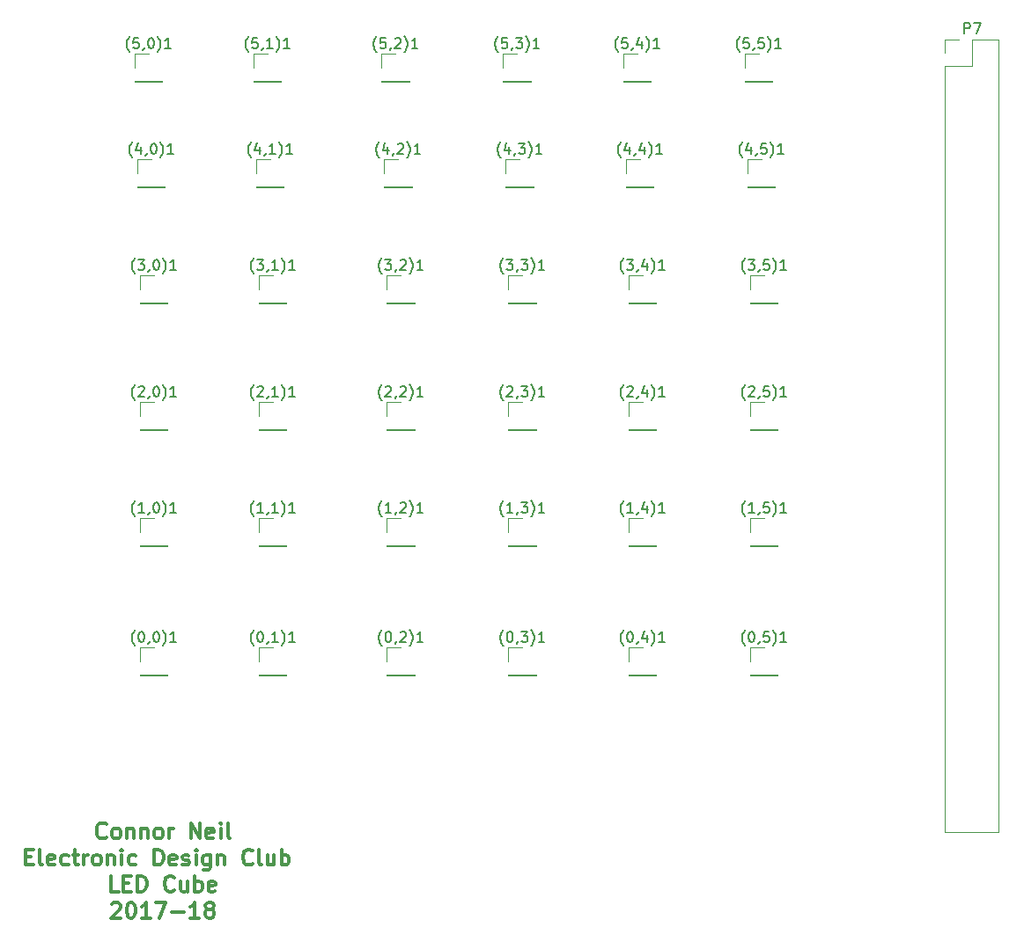
<source format=gto>
G04 #@! TF.FileFunction,Legend,Top*
%FSLAX46Y46*%
G04 Gerber Fmt 4.6, Leading zero omitted, Abs format (unit mm)*
G04 Created by KiCad (PCBNEW 4.0.7) date 03/14/18 21:09:22*
%MOMM*%
%LPD*%
G01*
G04 APERTURE LIST*
%ADD10C,0.100000*%
%ADD11C,0.300000*%
%ADD12C,0.120000*%
%ADD13C,0.150000*%
G04 APERTURE END LIST*
D10*
D11*
X111375715Y-142760714D02*
X111304286Y-142832143D01*
X111090000Y-142903571D01*
X110947143Y-142903571D01*
X110732858Y-142832143D01*
X110590000Y-142689286D01*
X110518572Y-142546429D01*
X110447143Y-142260714D01*
X110447143Y-142046429D01*
X110518572Y-141760714D01*
X110590000Y-141617857D01*
X110732858Y-141475000D01*
X110947143Y-141403571D01*
X111090000Y-141403571D01*
X111304286Y-141475000D01*
X111375715Y-141546429D01*
X112232858Y-142903571D02*
X112090000Y-142832143D01*
X112018572Y-142760714D01*
X111947143Y-142617857D01*
X111947143Y-142189286D01*
X112018572Y-142046429D01*
X112090000Y-141975000D01*
X112232858Y-141903571D01*
X112447143Y-141903571D01*
X112590000Y-141975000D01*
X112661429Y-142046429D01*
X112732858Y-142189286D01*
X112732858Y-142617857D01*
X112661429Y-142760714D01*
X112590000Y-142832143D01*
X112447143Y-142903571D01*
X112232858Y-142903571D01*
X113375715Y-141903571D02*
X113375715Y-142903571D01*
X113375715Y-142046429D02*
X113447143Y-141975000D01*
X113590001Y-141903571D01*
X113804286Y-141903571D01*
X113947143Y-141975000D01*
X114018572Y-142117857D01*
X114018572Y-142903571D01*
X114732858Y-141903571D02*
X114732858Y-142903571D01*
X114732858Y-142046429D02*
X114804286Y-141975000D01*
X114947144Y-141903571D01*
X115161429Y-141903571D01*
X115304286Y-141975000D01*
X115375715Y-142117857D01*
X115375715Y-142903571D01*
X116304287Y-142903571D02*
X116161429Y-142832143D01*
X116090001Y-142760714D01*
X116018572Y-142617857D01*
X116018572Y-142189286D01*
X116090001Y-142046429D01*
X116161429Y-141975000D01*
X116304287Y-141903571D01*
X116518572Y-141903571D01*
X116661429Y-141975000D01*
X116732858Y-142046429D01*
X116804287Y-142189286D01*
X116804287Y-142617857D01*
X116732858Y-142760714D01*
X116661429Y-142832143D01*
X116518572Y-142903571D01*
X116304287Y-142903571D01*
X117447144Y-142903571D02*
X117447144Y-141903571D01*
X117447144Y-142189286D02*
X117518572Y-142046429D01*
X117590001Y-141975000D01*
X117732858Y-141903571D01*
X117875715Y-141903571D01*
X119518572Y-142903571D02*
X119518572Y-141403571D01*
X120375715Y-142903571D01*
X120375715Y-141403571D01*
X121661429Y-142832143D02*
X121518572Y-142903571D01*
X121232858Y-142903571D01*
X121090001Y-142832143D01*
X121018572Y-142689286D01*
X121018572Y-142117857D01*
X121090001Y-141975000D01*
X121232858Y-141903571D01*
X121518572Y-141903571D01*
X121661429Y-141975000D01*
X121732858Y-142117857D01*
X121732858Y-142260714D01*
X121018572Y-142403571D01*
X122375715Y-142903571D02*
X122375715Y-141903571D01*
X122375715Y-141403571D02*
X122304286Y-141475000D01*
X122375715Y-141546429D01*
X122447143Y-141475000D01*
X122375715Y-141403571D01*
X122375715Y-141546429D01*
X123304287Y-142903571D02*
X123161429Y-142832143D01*
X123090001Y-142689286D01*
X123090001Y-141403571D01*
X103661429Y-144667857D02*
X104161429Y-144667857D01*
X104375715Y-145453571D02*
X103661429Y-145453571D01*
X103661429Y-143953571D01*
X104375715Y-143953571D01*
X105232858Y-145453571D02*
X105090000Y-145382143D01*
X105018572Y-145239286D01*
X105018572Y-143953571D01*
X106375714Y-145382143D02*
X106232857Y-145453571D01*
X105947143Y-145453571D01*
X105804286Y-145382143D01*
X105732857Y-145239286D01*
X105732857Y-144667857D01*
X105804286Y-144525000D01*
X105947143Y-144453571D01*
X106232857Y-144453571D01*
X106375714Y-144525000D01*
X106447143Y-144667857D01*
X106447143Y-144810714D01*
X105732857Y-144953571D01*
X107732857Y-145382143D02*
X107590000Y-145453571D01*
X107304286Y-145453571D01*
X107161428Y-145382143D01*
X107090000Y-145310714D01*
X107018571Y-145167857D01*
X107018571Y-144739286D01*
X107090000Y-144596429D01*
X107161428Y-144525000D01*
X107304286Y-144453571D01*
X107590000Y-144453571D01*
X107732857Y-144525000D01*
X108161428Y-144453571D02*
X108732857Y-144453571D01*
X108375714Y-143953571D02*
X108375714Y-145239286D01*
X108447142Y-145382143D01*
X108590000Y-145453571D01*
X108732857Y-145453571D01*
X109232857Y-145453571D02*
X109232857Y-144453571D01*
X109232857Y-144739286D02*
X109304285Y-144596429D01*
X109375714Y-144525000D01*
X109518571Y-144453571D01*
X109661428Y-144453571D01*
X110375714Y-145453571D02*
X110232856Y-145382143D01*
X110161428Y-145310714D01*
X110089999Y-145167857D01*
X110089999Y-144739286D01*
X110161428Y-144596429D01*
X110232856Y-144525000D01*
X110375714Y-144453571D01*
X110589999Y-144453571D01*
X110732856Y-144525000D01*
X110804285Y-144596429D01*
X110875714Y-144739286D01*
X110875714Y-145167857D01*
X110804285Y-145310714D01*
X110732856Y-145382143D01*
X110589999Y-145453571D01*
X110375714Y-145453571D01*
X111518571Y-144453571D02*
X111518571Y-145453571D01*
X111518571Y-144596429D02*
X111589999Y-144525000D01*
X111732857Y-144453571D01*
X111947142Y-144453571D01*
X112089999Y-144525000D01*
X112161428Y-144667857D01*
X112161428Y-145453571D01*
X112875714Y-145453571D02*
X112875714Y-144453571D01*
X112875714Y-143953571D02*
X112804285Y-144025000D01*
X112875714Y-144096429D01*
X112947142Y-144025000D01*
X112875714Y-143953571D01*
X112875714Y-144096429D01*
X114232857Y-145382143D02*
X114090000Y-145453571D01*
X113804286Y-145453571D01*
X113661428Y-145382143D01*
X113590000Y-145310714D01*
X113518571Y-145167857D01*
X113518571Y-144739286D01*
X113590000Y-144596429D01*
X113661428Y-144525000D01*
X113804286Y-144453571D01*
X114090000Y-144453571D01*
X114232857Y-144525000D01*
X116018571Y-145453571D02*
X116018571Y-143953571D01*
X116375714Y-143953571D01*
X116589999Y-144025000D01*
X116732857Y-144167857D01*
X116804285Y-144310714D01*
X116875714Y-144596429D01*
X116875714Y-144810714D01*
X116804285Y-145096429D01*
X116732857Y-145239286D01*
X116589999Y-145382143D01*
X116375714Y-145453571D01*
X116018571Y-145453571D01*
X118089999Y-145382143D02*
X117947142Y-145453571D01*
X117661428Y-145453571D01*
X117518571Y-145382143D01*
X117447142Y-145239286D01*
X117447142Y-144667857D01*
X117518571Y-144525000D01*
X117661428Y-144453571D01*
X117947142Y-144453571D01*
X118089999Y-144525000D01*
X118161428Y-144667857D01*
X118161428Y-144810714D01*
X117447142Y-144953571D01*
X118732856Y-145382143D02*
X118875713Y-145453571D01*
X119161428Y-145453571D01*
X119304285Y-145382143D01*
X119375713Y-145239286D01*
X119375713Y-145167857D01*
X119304285Y-145025000D01*
X119161428Y-144953571D01*
X118947142Y-144953571D01*
X118804285Y-144882143D01*
X118732856Y-144739286D01*
X118732856Y-144667857D01*
X118804285Y-144525000D01*
X118947142Y-144453571D01*
X119161428Y-144453571D01*
X119304285Y-144525000D01*
X120018571Y-145453571D02*
X120018571Y-144453571D01*
X120018571Y-143953571D02*
X119947142Y-144025000D01*
X120018571Y-144096429D01*
X120089999Y-144025000D01*
X120018571Y-143953571D01*
X120018571Y-144096429D01*
X121375714Y-144453571D02*
X121375714Y-145667857D01*
X121304285Y-145810714D01*
X121232857Y-145882143D01*
X121090000Y-145953571D01*
X120875714Y-145953571D01*
X120732857Y-145882143D01*
X121375714Y-145382143D02*
X121232857Y-145453571D01*
X120947143Y-145453571D01*
X120804285Y-145382143D01*
X120732857Y-145310714D01*
X120661428Y-145167857D01*
X120661428Y-144739286D01*
X120732857Y-144596429D01*
X120804285Y-144525000D01*
X120947143Y-144453571D01*
X121232857Y-144453571D01*
X121375714Y-144525000D01*
X122090000Y-144453571D02*
X122090000Y-145453571D01*
X122090000Y-144596429D02*
X122161428Y-144525000D01*
X122304286Y-144453571D01*
X122518571Y-144453571D01*
X122661428Y-144525000D01*
X122732857Y-144667857D01*
X122732857Y-145453571D01*
X125447143Y-145310714D02*
X125375714Y-145382143D01*
X125161428Y-145453571D01*
X125018571Y-145453571D01*
X124804286Y-145382143D01*
X124661428Y-145239286D01*
X124590000Y-145096429D01*
X124518571Y-144810714D01*
X124518571Y-144596429D01*
X124590000Y-144310714D01*
X124661428Y-144167857D01*
X124804286Y-144025000D01*
X125018571Y-143953571D01*
X125161428Y-143953571D01*
X125375714Y-144025000D01*
X125447143Y-144096429D01*
X126304286Y-145453571D02*
X126161428Y-145382143D01*
X126090000Y-145239286D01*
X126090000Y-143953571D01*
X127518571Y-144453571D02*
X127518571Y-145453571D01*
X126875714Y-144453571D02*
X126875714Y-145239286D01*
X126947142Y-145382143D01*
X127090000Y-145453571D01*
X127304285Y-145453571D01*
X127447142Y-145382143D01*
X127518571Y-145310714D01*
X128232857Y-145453571D02*
X128232857Y-143953571D01*
X128232857Y-144525000D02*
X128375714Y-144453571D01*
X128661428Y-144453571D01*
X128804285Y-144525000D01*
X128875714Y-144596429D01*
X128947143Y-144739286D01*
X128947143Y-145167857D01*
X128875714Y-145310714D01*
X128804285Y-145382143D01*
X128661428Y-145453571D01*
X128375714Y-145453571D01*
X128232857Y-145382143D01*
X112554286Y-148003571D02*
X111840000Y-148003571D01*
X111840000Y-146503571D01*
X113054286Y-147217857D02*
X113554286Y-147217857D01*
X113768572Y-148003571D02*
X113054286Y-148003571D01*
X113054286Y-146503571D01*
X113768572Y-146503571D01*
X114411429Y-148003571D02*
X114411429Y-146503571D01*
X114768572Y-146503571D01*
X114982857Y-146575000D01*
X115125715Y-146717857D01*
X115197143Y-146860714D01*
X115268572Y-147146429D01*
X115268572Y-147360714D01*
X115197143Y-147646429D01*
X115125715Y-147789286D01*
X114982857Y-147932143D01*
X114768572Y-148003571D01*
X114411429Y-148003571D01*
X117911429Y-147860714D02*
X117840000Y-147932143D01*
X117625714Y-148003571D01*
X117482857Y-148003571D01*
X117268572Y-147932143D01*
X117125714Y-147789286D01*
X117054286Y-147646429D01*
X116982857Y-147360714D01*
X116982857Y-147146429D01*
X117054286Y-146860714D01*
X117125714Y-146717857D01*
X117268572Y-146575000D01*
X117482857Y-146503571D01*
X117625714Y-146503571D01*
X117840000Y-146575000D01*
X117911429Y-146646429D01*
X119197143Y-147003571D02*
X119197143Y-148003571D01*
X118554286Y-147003571D02*
X118554286Y-147789286D01*
X118625714Y-147932143D01*
X118768572Y-148003571D01*
X118982857Y-148003571D01*
X119125714Y-147932143D01*
X119197143Y-147860714D01*
X119911429Y-148003571D02*
X119911429Y-146503571D01*
X119911429Y-147075000D02*
X120054286Y-147003571D01*
X120340000Y-147003571D01*
X120482857Y-147075000D01*
X120554286Y-147146429D01*
X120625715Y-147289286D01*
X120625715Y-147717857D01*
X120554286Y-147860714D01*
X120482857Y-147932143D01*
X120340000Y-148003571D01*
X120054286Y-148003571D01*
X119911429Y-147932143D01*
X121840000Y-147932143D02*
X121697143Y-148003571D01*
X121411429Y-148003571D01*
X121268572Y-147932143D01*
X121197143Y-147789286D01*
X121197143Y-147217857D01*
X121268572Y-147075000D01*
X121411429Y-147003571D01*
X121697143Y-147003571D01*
X121840000Y-147075000D01*
X121911429Y-147217857D01*
X121911429Y-147360714D01*
X121197143Y-147503571D01*
X111911430Y-149196429D02*
X111982859Y-149125000D01*
X112125716Y-149053571D01*
X112482859Y-149053571D01*
X112625716Y-149125000D01*
X112697145Y-149196429D01*
X112768573Y-149339286D01*
X112768573Y-149482143D01*
X112697145Y-149696429D01*
X111840002Y-150553571D01*
X112768573Y-150553571D01*
X113697144Y-149053571D02*
X113840001Y-149053571D01*
X113982858Y-149125000D01*
X114054287Y-149196429D01*
X114125716Y-149339286D01*
X114197144Y-149625000D01*
X114197144Y-149982143D01*
X114125716Y-150267857D01*
X114054287Y-150410714D01*
X113982858Y-150482143D01*
X113840001Y-150553571D01*
X113697144Y-150553571D01*
X113554287Y-150482143D01*
X113482858Y-150410714D01*
X113411430Y-150267857D01*
X113340001Y-149982143D01*
X113340001Y-149625000D01*
X113411430Y-149339286D01*
X113482858Y-149196429D01*
X113554287Y-149125000D01*
X113697144Y-149053571D01*
X115625715Y-150553571D02*
X114768572Y-150553571D01*
X115197144Y-150553571D02*
X115197144Y-149053571D01*
X115054287Y-149267857D01*
X114911429Y-149410714D01*
X114768572Y-149482143D01*
X116125715Y-149053571D02*
X117125715Y-149053571D01*
X116482858Y-150553571D01*
X117697143Y-149982143D02*
X118840000Y-149982143D01*
X120340000Y-150553571D02*
X119482857Y-150553571D01*
X119911429Y-150553571D02*
X119911429Y-149053571D01*
X119768572Y-149267857D01*
X119625714Y-149410714D01*
X119482857Y-149482143D01*
X121197143Y-149696429D02*
X121054285Y-149625000D01*
X120982857Y-149553571D01*
X120911428Y-149410714D01*
X120911428Y-149339286D01*
X120982857Y-149196429D01*
X121054285Y-149125000D01*
X121197143Y-149053571D01*
X121482857Y-149053571D01*
X121625714Y-149125000D01*
X121697143Y-149196429D01*
X121768571Y-149339286D01*
X121768571Y-149410714D01*
X121697143Y-149553571D01*
X121625714Y-149625000D01*
X121482857Y-149696429D01*
X121197143Y-149696429D01*
X121054285Y-149767857D01*
X120982857Y-149839286D01*
X120911428Y-149982143D01*
X120911428Y-150267857D01*
X120982857Y-150410714D01*
X121054285Y-150482143D01*
X121197143Y-150553571D01*
X121482857Y-150553571D01*
X121625714Y-150482143D01*
X121697143Y-150410714D01*
X121768571Y-150267857D01*
X121768571Y-149982143D01*
X121697143Y-149839286D01*
X121625714Y-149767857D01*
X121482857Y-149696429D01*
D12*
X114621000Y-127187000D02*
X117281000Y-127187000D01*
X114621000Y-127127000D02*
X114621000Y-127187000D01*
X117281000Y-127127000D02*
X117281000Y-127187000D01*
X114621000Y-127127000D02*
X117281000Y-127127000D01*
X114621000Y-125857000D02*
X114621000Y-124527000D01*
X114621000Y-124527000D02*
X115951000Y-124527000D01*
X126051000Y-127187000D02*
X128711000Y-127187000D01*
X126051000Y-127127000D02*
X126051000Y-127187000D01*
X128711000Y-127127000D02*
X128711000Y-127187000D01*
X126051000Y-127127000D02*
X128711000Y-127127000D01*
X126051000Y-125857000D02*
X126051000Y-124527000D01*
X126051000Y-124527000D02*
X127381000Y-124527000D01*
X138370000Y-127187000D02*
X141030000Y-127187000D01*
X138370000Y-127127000D02*
X138370000Y-127187000D01*
X141030000Y-127127000D02*
X141030000Y-127187000D01*
X138370000Y-127127000D02*
X141030000Y-127127000D01*
X138370000Y-125857000D02*
X138370000Y-124527000D01*
X138370000Y-124527000D02*
X139700000Y-124527000D01*
X150054000Y-127187000D02*
X152714000Y-127187000D01*
X150054000Y-127127000D02*
X150054000Y-127187000D01*
X152714000Y-127127000D02*
X152714000Y-127187000D01*
X150054000Y-127127000D02*
X152714000Y-127127000D01*
X150054000Y-125857000D02*
X150054000Y-124527000D01*
X150054000Y-124527000D02*
X151384000Y-124527000D01*
X161611000Y-127187000D02*
X164271000Y-127187000D01*
X161611000Y-127127000D02*
X161611000Y-127187000D01*
X164271000Y-127127000D02*
X164271000Y-127187000D01*
X161611000Y-127127000D02*
X164271000Y-127127000D01*
X161611000Y-125857000D02*
X161611000Y-124527000D01*
X161611000Y-124527000D02*
X162941000Y-124527000D01*
X173295000Y-127187000D02*
X175955000Y-127187000D01*
X173295000Y-127127000D02*
X173295000Y-127187000D01*
X175955000Y-127127000D02*
X175955000Y-127187000D01*
X173295000Y-127127000D02*
X175955000Y-127127000D01*
X173295000Y-125857000D02*
X173295000Y-124527000D01*
X173295000Y-124527000D02*
X174625000Y-124527000D01*
X114621000Y-114741000D02*
X117281000Y-114741000D01*
X114621000Y-114681000D02*
X114621000Y-114741000D01*
X117281000Y-114681000D02*
X117281000Y-114741000D01*
X114621000Y-114681000D02*
X117281000Y-114681000D01*
X114621000Y-113411000D02*
X114621000Y-112081000D01*
X114621000Y-112081000D02*
X115951000Y-112081000D01*
X126051000Y-114741000D02*
X128711000Y-114741000D01*
X126051000Y-114681000D02*
X126051000Y-114741000D01*
X128711000Y-114681000D02*
X128711000Y-114741000D01*
X126051000Y-114681000D02*
X128711000Y-114681000D01*
X126051000Y-113411000D02*
X126051000Y-112081000D01*
X126051000Y-112081000D02*
X127381000Y-112081000D01*
X138370000Y-114741000D02*
X141030000Y-114741000D01*
X138370000Y-114681000D02*
X138370000Y-114741000D01*
X141030000Y-114681000D02*
X141030000Y-114741000D01*
X138370000Y-114681000D02*
X141030000Y-114681000D01*
X138370000Y-113411000D02*
X138370000Y-112081000D01*
X138370000Y-112081000D02*
X139700000Y-112081000D01*
X150054000Y-114741000D02*
X152714000Y-114741000D01*
X150054000Y-114681000D02*
X150054000Y-114741000D01*
X152714000Y-114681000D02*
X152714000Y-114741000D01*
X150054000Y-114681000D02*
X152714000Y-114681000D01*
X150054000Y-113411000D02*
X150054000Y-112081000D01*
X150054000Y-112081000D02*
X151384000Y-112081000D01*
X161611000Y-114741000D02*
X164271000Y-114741000D01*
X161611000Y-114681000D02*
X161611000Y-114741000D01*
X164271000Y-114681000D02*
X164271000Y-114741000D01*
X161611000Y-114681000D02*
X164271000Y-114681000D01*
X161611000Y-113411000D02*
X161611000Y-112081000D01*
X161611000Y-112081000D02*
X162941000Y-112081000D01*
X173295000Y-114741000D02*
X175955000Y-114741000D01*
X173295000Y-114681000D02*
X173295000Y-114741000D01*
X175955000Y-114681000D02*
X175955000Y-114741000D01*
X173295000Y-114681000D02*
X175955000Y-114681000D01*
X173295000Y-113411000D02*
X173295000Y-112081000D01*
X173295000Y-112081000D02*
X174625000Y-112081000D01*
X114621000Y-103565000D02*
X117281000Y-103565000D01*
X114621000Y-103505000D02*
X114621000Y-103565000D01*
X117281000Y-103505000D02*
X117281000Y-103565000D01*
X114621000Y-103505000D02*
X117281000Y-103505000D01*
X114621000Y-102235000D02*
X114621000Y-100905000D01*
X114621000Y-100905000D02*
X115951000Y-100905000D01*
X126051000Y-103565000D02*
X128711000Y-103565000D01*
X126051000Y-103505000D02*
X126051000Y-103565000D01*
X128711000Y-103505000D02*
X128711000Y-103565000D01*
X126051000Y-103505000D02*
X128711000Y-103505000D01*
X126051000Y-102235000D02*
X126051000Y-100905000D01*
X126051000Y-100905000D02*
X127381000Y-100905000D01*
X138370000Y-103565000D02*
X141030000Y-103565000D01*
X138370000Y-103505000D02*
X138370000Y-103565000D01*
X141030000Y-103505000D02*
X141030000Y-103565000D01*
X138370000Y-103505000D02*
X141030000Y-103505000D01*
X138370000Y-102235000D02*
X138370000Y-100905000D01*
X138370000Y-100905000D02*
X139700000Y-100905000D01*
X150054000Y-103565000D02*
X152714000Y-103565000D01*
X150054000Y-103505000D02*
X150054000Y-103565000D01*
X152714000Y-103505000D02*
X152714000Y-103565000D01*
X150054000Y-103505000D02*
X152714000Y-103505000D01*
X150054000Y-102235000D02*
X150054000Y-100905000D01*
X150054000Y-100905000D02*
X151384000Y-100905000D01*
X161611000Y-103565000D02*
X164271000Y-103565000D01*
X161611000Y-103505000D02*
X161611000Y-103565000D01*
X164271000Y-103505000D02*
X164271000Y-103565000D01*
X161611000Y-103505000D02*
X164271000Y-103505000D01*
X161611000Y-102235000D02*
X161611000Y-100905000D01*
X161611000Y-100905000D02*
X162941000Y-100905000D01*
X173295000Y-103565000D02*
X175955000Y-103565000D01*
X173295000Y-103505000D02*
X173295000Y-103565000D01*
X175955000Y-103505000D02*
X175955000Y-103565000D01*
X173295000Y-103505000D02*
X175955000Y-103505000D01*
X173295000Y-102235000D02*
X173295000Y-100905000D01*
X173295000Y-100905000D02*
X174625000Y-100905000D01*
X114621000Y-91373000D02*
X117281000Y-91373000D01*
X114621000Y-91313000D02*
X114621000Y-91373000D01*
X117281000Y-91313000D02*
X117281000Y-91373000D01*
X114621000Y-91313000D02*
X117281000Y-91313000D01*
X114621000Y-90043000D02*
X114621000Y-88713000D01*
X114621000Y-88713000D02*
X115951000Y-88713000D01*
X126051000Y-91373000D02*
X128711000Y-91373000D01*
X126051000Y-91313000D02*
X126051000Y-91373000D01*
X128711000Y-91313000D02*
X128711000Y-91373000D01*
X126051000Y-91313000D02*
X128711000Y-91313000D01*
X126051000Y-90043000D02*
X126051000Y-88713000D01*
X126051000Y-88713000D02*
X127381000Y-88713000D01*
X138370000Y-91373000D02*
X141030000Y-91373000D01*
X138370000Y-91313000D02*
X138370000Y-91373000D01*
X141030000Y-91313000D02*
X141030000Y-91373000D01*
X138370000Y-91313000D02*
X141030000Y-91313000D01*
X138370000Y-90043000D02*
X138370000Y-88713000D01*
X138370000Y-88713000D02*
X139700000Y-88713000D01*
X150054000Y-91373000D02*
X152714000Y-91373000D01*
X150054000Y-91313000D02*
X150054000Y-91373000D01*
X152714000Y-91313000D02*
X152714000Y-91373000D01*
X150054000Y-91313000D02*
X152714000Y-91313000D01*
X150054000Y-90043000D02*
X150054000Y-88713000D01*
X150054000Y-88713000D02*
X151384000Y-88713000D01*
X161611000Y-91373000D02*
X164271000Y-91373000D01*
X161611000Y-91313000D02*
X161611000Y-91373000D01*
X164271000Y-91313000D02*
X164271000Y-91373000D01*
X161611000Y-91313000D02*
X164271000Y-91313000D01*
X161611000Y-90043000D02*
X161611000Y-88713000D01*
X161611000Y-88713000D02*
X162941000Y-88713000D01*
X173295000Y-91373000D02*
X175955000Y-91373000D01*
X173295000Y-91313000D02*
X173295000Y-91373000D01*
X175955000Y-91313000D02*
X175955000Y-91373000D01*
X173295000Y-91313000D02*
X175955000Y-91313000D01*
X173295000Y-90043000D02*
X173295000Y-88713000D01*
X173295000Y-88713000D02*
X174625000Y-88713000D01*
X114367000Y-80197000D02*
X117027000Y-80197000D01*
X114367000Y-80137000D02*
X114367000Y-80197000D01*
X117027000Y-80137000D02*
X117027000Y-80197000D01*
X114367000Y-80137000D02*
X117027000Y-80137000D01*
X114367000Y-78867000D02*
X114367000Y-77537000D01*
X114367000Y-77537000D02*
X115697000Y-77537000D01*
X125797000Y-80197000D02*
X128457000Y-80197000D01*
X125797000Y-80137000D02*
X125797000Y-80197000D01*
X128457000Y-80137000D02*
X128457000Y-80197000D01*
X125797000Y-80137000D02*
X128457000Y-80137000D01*
X125797000Y-78867000D02*
X125797000Y-77537000D01*
X125797000Y-77537000D02*
X127127000Y-77537000D01*
X138116000Y-80197000D02*
X140776000Y-80197000D01*
X138116000Y-80137000D02*
X138116000Y-80197000D01*
X140776000Y-80137000D02*
X140776000Y-80197000D01*
X138116000Y-80137000D02*
X140776000Y-80137000D01*
X138116000Y-78867000D02*
X138116000Y-77537000D01*
X138116000Y-77537000D02*
X139446000Y-77537000D01*
X149800000Y-80197000D02*
X152460000Y-80197000D01*
X149800000Y-80137000D02*
X149800000Y-80197000D01*
X152460000Y-80137000D02*
X152460000Y-80197000D01*
X149800000Y-80137000D02*
X152460000Y-80137000D01*
X149800000Y-78867000D02*
X149800000Y-77537000D01*
X149800000Y-77537000D02*
X151130000Y-77537000D01*
X161357000Y-80197000D02*
X164017000Y-80197000D01*
X161357000Y-80137000D02*
X161357000Y-80197000D01*
X164017000Y-80137000D02*
X164017000Y-80197000D01*
X161357000Y-80137000D02*
X164017000Y-80137000D01*
X161357000Y-78867000D02*
X161357000Y-77537000D01*
X161357000Y-77537000D02*
X162687000Y-77537000D01*
X173041000Y-80197000D02*
X175701000Y-80197000D01*
X173041000Y-80137000D02*
X173041000Y-80197000D01*
X175701000Y-80137000D02*
X175701000Y-80197000D01*
X173041000Y-80137000D02*
X175701000Y-80137000D01*
X173041000Y-78867000D02*
X173041000Y-77537000D01*
X173041000Y-77537000D02*
X174371000Y-77537000D01*
X114113000Y-70037000D02*
X116773000Y-70037000D01*
X114113000Y-69977000D02*
X114113000Y-70037000D01*
X116773000Y-69977000D02*
X116773000Y-70037000D01*
X114113000Y-69977000D02*
X116773000Y-69977000D01*
X114113000Y-68707000D02*
X114113000Y-67377000D01*
X114113000Y-67377000D02*
X115443000Y-67377000D01*
X125543000Y-70037000D02*
X128203000Y-70037000D01*
X125543000Y-69977000D02*
X125543000Y-70037000D01*
X128203000Y-69977000D02*
X128203000Y-70037000D01*
X125543000Y-69977000D02*
X128203000Y-69977000D01*
X125543000Y-68707000D02*
X125543000Y-67377000D01*
X125543000Y-67377000D02*
X126873000Y-67377000D01*
X137862000Y-70037000D02*
X140522000Y-70037000D01*
X137862000Y-69977000D02*
X137862000Y-70037000D01*
X140522000Y-69977000D02*
X140522000Y-70037000D01*
X137862000Y-69977000D02*
X140522000Y-69977000D01*
X137862000Y-68707000D02*
X137862000Y-67377000D01*
X137862000Y-67377000D02*
X139192000Y-67377000D01*
X149546000Y-70037000D02*
X152206000Y-70037000D01*
X149546000Y-69977000D02*
X149546000Y-70037000D01*
X152206000Y-69977000D02*
X152206000Y-70037000D01*
X149546000Y-69977000D02*
X152206000Y-69977000D01*
X149546000Y-68707000D02*
X149546000Y-67377000D01*
X149546000Y-67377000D02*
X150876000Y-67377000D01*
X161103000Y-70037000D02*
X163763000Y-70037000D01*
X161103000Y-69977000D02*
X161103000Y-70037000D01*
X163763000Y-69977000D02*
X163763000Y-70037000D01*
X161103000Y-69977000D02*
X163763000Y-69977000D01*
X161103000Y-68707000D02*
X161103000Y-67377000D01*
X161103000Y-67377000D02*
X162433000Y-67377000D01*
X172787000Y-70037000D02*
X175447000Y-70037000D01*
X172787000Y-69977000D02*
X172787000Y-70037000D01*
X175447000Y-69977000D02*
X175447000Y-70037000D01*
X172787000Y-69977000D02*
X175447000Y-69977000D01*
X172787000Y-68707000D02*
X172787000Y-67377000D01*
X172787000Y-67377000D02*
X174117000Y-67377000D01*
X192020096Y-142278000D02*
X197220096Y-142278000D01*
X192020096Y-68558000D02*
X192020096Y-142278000D01*
X197220096Y-65958000D02*
X197220096Y-142278000D01*
X192020096Y-68558000D02*
X194620096Y-68558000D01*
X194620096Y-68558000D02*
X194620096Y-65958000D01*
X194620096Y-65958000D02*
X197220096Y-65958000D01*
X192020096Y-67288000D02*
X192020096Y-65958000D01*
X192020096Y-65958000D02*
X193350096Y-65958000D01*
D13*
X114141477Y-124360333D02*
X114093857Y-124312714D01*
X113998619Y-124169857D01*
X113951000Y-124074619D01*
X113903381Y-123931762D01*
X113855762Y-123693667D01*
X113855762Y-123503190D01*
X113903381Y-123265095D01*
X113951000Y-123122238D01*
X113998619Y-123027000D01*
X114093857Y-122884143D01*
X114141477Y-122836524D01*
X114712905Y-122979381D02*
X114808144Y-122979381D01*
X114903382Y-123027000D01*
X114951001Y-123074619D01*
X114998620Y-123169857D01*
X115046239Y-123360333D01*
X115046239Y-123598429D01*
X114998620Y-123788905D01*
X114951001Y-123884143D01*
X114903382Y-123931762D01*
X114808144Y-123979381D01*
X114712905Y-123979381D01*
X114617667Y-123931762D01*
X114570048Y-123884143D01*
X114522429Y-123788905D01*
X114474810Y-123598429D01*
X114474810Y-123360333D01*
X114522429Y-123169857D01*
X114570048Y-123074619D01*
X114617667Y-123027000D01*
X114712905Y-122979381D01*
X115522429Y-123931762D02*
X115522429Y-123979381D01*
X115474810Y-124074619D01*
X115427191Y-124122238D01*
X116141476Y-122979381D02*
X116236715Y-122979381D01*
X116331953Y-123027000D01*
X116379572Y-123074619D01*
X116427191Y-123169857D01*
X116474810Y-123360333D01*
X116474810Y-123598429D01*
X116427191Y-123788905D01*
X116379572Y-123884143D01*
X116331953Y-123931762D01*
X116236715Y-123979381D01*
X116141476Y-123979381D01*
X116046238Y-123931762D01*
X115998619Y-123884143D01*
X115951000Y-123788905D01*
X115903381Y-123598429D01*
X115903381Y-123360333D01*
X115951000Y-123169857D01*
X115998619Y-123074619D01*
X116046238Y-123027000D01*
X116141476Y-122979381D01*
X116808143Y-124360333D02*
X116855762Y-124312714D01*
X116951000Y-124169857D01*
X116998619Y-124074619D01*
X117046238Y-123931762D01*
X117093857Y-123693667D01*
X117093857Y-123503190D01*
X117046238Y-123265095D01*
X116998619Y-123122238D01*
X116951000Y-123027000D01*
X116855762Y-122884143D01*
X116808143Y-122836524D01*
X118093858Y-123979381D02*
X117522429Y-123979381D01*
X117808143Y-123979381D02*
X117808143Y-122979381D01*
X117712905Y-123122238D01*
X117617667Y-123217476D01*
X117522429Y-123265095D01*
X125571477Y-124360333D02*
X125523857Y-124312714D01*
X125428619Y-124169857D01*
X125381000Y-124074619D01*
X125333381Y-123931762D01*
X125285762Y-123693667D01*
X125285762Y-123503190D01*
X125333381Y-123265095D01*
X125381000Y-123122238D01*
X125428619Y-123027000D01*
X125523857Y-122884143D01*
X125571477Y-122836524D01*
X126142905Y-122979381D02*
X126238144Y-122979381D01*
X126333382Y-123027000D01*
X126381001Y-123074619D01*
X126428620Y-123169857D01*
X126476239Y-123360333D01*
X126476239Y-123598429D01*
X126428620Y-123788905D01*
X126381001Y-123884143D01*
X126333382Y-123931762D01*
X126238144Y-123979381D01*
X126142905Y-123979381D01*
X126047667Y-123931762D01*
X126000048Y-123884143D01*
X125952429Y-123788905D01*
X125904810Y-123598429D01*
X125904810Y-123360333D01*
X125952429Y-123169857D01*
X126000048Y-123074619D01*
X126047667Y-123027000D01*
X126142905Y-122979381D01*
X126952429Y-123931762D02*
X126952429Y-123979381D01*
X126904810Y-124074619D01*
X126857191Y-124122238D01*
X127904810Y-123979381D02*
X127333381Y-123979381D01*
X127619095Y-123979381D02*
X127619095Y-122979381D01*
X127523857Y-123122238D01*
X127428619Y-123217476D01*
X127333381Y-123265095D01*
X128238143Y-124360333D02*
X128285762Y-124312714D01*
X128381000Y-124169857D01*
X128428619Y-124074619D01*
X128476238Y-123931762D01*
X128523857Y-123693667D01*
X128523857Y-123503190D01*
X128476238Y-123265095D01*
X128428619Y-123122238D01*
X128381000Y-123027000D01*
X128285762Y-122884143D01*
X128238143Y-122836524D01*
X129523858Y-123979381D02*
X128952429Y-123979381D01*
X129238143Y-123979381D02*
X129238143Y-122979381D01*
X129142905Y-123122238D01*
X129047667Y-123217476D01*
X128952429Y-123265095D01*
X137890477Y-124360333D02*
X137842857Y-124312714D01*
X137747619Y-124169857D01*
X137700000Y-124074619D01*
X137652381Y-123931762D01*
X137604762Y-123693667D01*
X137604762Y-123503190D01*
X137652381Y-123265095D01*
X137700000Y-123122238D01*
X137747619Y-123027000D01*
X137842857Y-122884143D01*
X137890477Y-122836524D01*
X138461905Y-122979381D02*
X138557144Y-122979381D01*
X138652382Y-123027000D01*
X138700001Y-123074619D01*
X138747620Y-123169857D01*
X138795239Y-123360333D01*
X138795239Y-123598429D01*
X138747620Y-123788905D01*
X138700001Y-123884143D01*
X138652382Y-123931762D01*
X138557144Y-123979381D01*
X138461905Y-123979381D01*
X138366667Y-123931762D01*
X138319048Y-123884143D01*
X138271429Y-123788905D01*
X138223810Y-123598429D01*
X138223810Y-123360333D01*
X138271429Y-123169857D01*
X138319048Y-123074619D01*
X138366667Y-123027000D01*
X138461905Y-122979381D01*
X139271429Y-123931762D02*
X139271429Y-123979381D01*
X139223810Y-124074619D01*
X139176191Y-124122238D01*
X139652381Y-123074619D02*
X139700000Y-123027000D01*
X139795238Y-122979381D01*
X140033334Y-122979381D01*
X140128572Y-123027000D01*
X140176191Y-123074619D01*
X140223810Y-123169857D01*
X140223810Y-123265095D01*
X140176191Y-123407952D01*
X139604762Y-123979381D01*
X140223810Y-123979381D01*
X140557143Y-124360333D02*
X140604762Y-124312714D01*
X140700000Y-124169857D01*
X140747619Y-124074619D01*
X140795238Y-123931762D01*
X140842857Y-123693667D01*
X140842857Y-123503190D01*
X140795238Y-123265095D01*
X140747619Y-123122238D01*
X140700000Y-123027000D01*
X140604762Y-122884143D01*
X140557143Y-122836524D01*
X141842858Y-123979381D02*
X141271429Y-123979381D01*
X141557143Y-123979381D02*
X141557143Y-122979381D01*
X141461905Y-123122238D01*
X141366667Y-123217476D01*
X141271429Y-123265095D01*
X149574477Y-124360333D02*
X149526857Y-124312714D01*
X149431619Y-124169857D01*
X149384000Y-124074619D01*
X149336381Y-123931762D01*
X149288762Y-123693667D01*
X149288762Y-123503190D01*
X149336381Y-123265095D01*
X149384000Y-123122238D01*
X149431619Y-123027000D01*
X149526857Y-122884143D01*
X149574477Y-122836524D01*
X150145905Y-122979381D02*
X150241144Y-122979381D01*
X150336382Y-123027000D01*
X150384001Y-123074619D01*
X150431620Y-123169857D01*
X150479239Y-123360333D01*
X150479239Y-123598429D01*
X150431620Y-123788905D01*
X150384001Y-123884143D01*
X150336382Y-123931762D01*
X150241144Y-123979381D01*
X150145905Y-123979381D01*
X150050667Y-123931762D01*
X150003048Y-123884143D01*
X149955429Y-123788905D01*
X149907810Y-123598429D01*
X149907810Y-123360333D01*
X149955429Y-123169857D01*
X150003048Y-123074619D01*
X150050667Y-123027000D01*
X150145905Y-122979381D01*
X150955429Y-123931762D02*
X150955429Y-123979381D01*
X150907810Y-124074619D01*
X150860191Y-124122238D01*
X151288762Y-122979381D02*
X151907810Y-122979381D01*
X151574476Y-123360333D01*
X151717334Y-123360333D01*
X151812572Y-123407952D01*
X151860191Y-123455571D01*
X151907810Y-123550810D01*
X151907810Y-123788905D01*
X151860191Y-123884143D01*
X151812572Y-123931762D01*
X151717334Y-123979381D01*
X151431619Y-123979381D01*
X151336381Y-123931762D01*
X151288762Y-123884143D01*
X152241143Y-124360333D02*
X152288762Y-124312714D01*
X152384000Y-124169857D01*
X152431619Y-124074619D01*
X152479238Y-123931762D01*
X152526857Y-123693667D01*
X152526857Y-123503190D01*
X152479238Y-123265095D01*
X152431619Y-123122238D01*
X152384000Y-123027000D01*
X152288762Y-122884143D01*
X152241143Y-122836524D01*
X153526858Y-123979381D02*
X152955429Y-123979381D01*
X153241143Y-123979381D02*
X153241143Y-122979381D01*
X153145905Y-123122238D01*
X153050667Y-123217476D01*
X152955429Y-123265095D01*
X161131477Y-124360333D02*
X161083857Y-124312714D01*
X160988619Y-124169857D01*
X160941000Y-124074619D01*
X160893381Y-123931762D01*
X160845762Y-123693667D01*
X160845762Y-123503190D01*
X160893381Y-123265095D01*
X160941000Y-123122238D01*
X160988619Y-123027000D01*
X161083857Y-122884143D01*
X161131477Y-122836524D01*
X161702905Y-122979381D02*
X161798144Y-122979381D01*
X161893382Y-123027000D01*
X161941001Y-123074619D01*
X161988620Y-123169857D01*
X162036239Y-123360333D01*
X162036239Y-123598429D01*
X161988620Y-123788905D01*
X161941001Y-123884143D01*
X161893382Y-123931762D01*
X161798144Y-123979381D01*
X161702905Y-123979381D01*
X161607667Y-123931762D01*
X161560048Y-123884143D01*
X161512429Y-123788905D01*
X161464810Y-123598429D01*
X161464810Y-123360333D01*
X161512429Y-123169857D01*
X161560048Y-123074619D01*
X161607667Y-123027000D01*
X161702905Y-122979381D01*
X162512429Y-123931762D02*
X162512429Y-123979381D01*
X162464810Y-124074619D01*
X162417191Y-124122238D01*
X163369572Y-123312714D02*
X163369572Y-123979381D01*
X163131476Y-122931762D02*
X162893381Y-123646048D01*
X163512429Y-123646048D01*
X163798143Y-124360333D02*
X163845762Y-124312714D01*
X163941000Y-124169857D01*
X163988619Y-124074619D01*
X164036238Y-123931762D01*
X164083857Y-123693667D01*
X164083857Y-123503190D01*
X164036238Y-123265095D01*
X163988619Y-123122238D01*
X163941000Y-123027000D01*
X163845762Y-122884143D01*
X163798143Y-122836524D01*
X165083858Y-123979381D02*
X164512429Y-123979381D01*
X164798143Y-123979381D02*
X164798143Y-122979381D01*
X164702905Y-123122238D01*
X164607667Y-123217476D01*
X164512429Y-123265095D01*
X172815477Y-124360333D02*
X172767857Y-124312714D01*
X172672619Y-124169857D01*
X172625000Y-124074619D01*
X172577381Y-123931762D01*
X172529762Y-123693667D01*
X172529762Y-123503190D01*
X172577381Y-123265095D01*
X172625000Y-123122238D01*
X172672619Y-123027000D01*
X172767857Y-122884143D01*
X172815477Y-122836524D01*
X173386905Y-122979381D02*
X173482144Y-122979381D01*
X173577382Y-123027000D01*
X173625001Y-123074619D01*
X173672620Y-123169857D01*
X173720239Y-123360333D01*
X173720239Y-123598429D01*
X173672620Y-123788905D01*
X173625001Y-123884143D01*
X173577382Y-123931762D01*
X173482144Y-123979381D01*
X173386905Y-123979381D01*
X173291667Y-123931762D01*
X173244048Y-123884143D01*
X173196429Y-123788905D01*
X173148810Y-123598429D01*
X173148810Y-123360333D01*
X173196429Y-123169857D01*
X173244048Y-123074619D01*
X173291667Y-123027000D01*
X173386905Y-122979381D01*
X174196429Y-123931762D02*
X174196429Y-123979381D01*
X174148810Y-124074619D01*
X174101191Y-124122238D01*
X175101191Y-122979381D02*
X174625000Y-122979381D01*
X174577381Y-123455571D01*
X174625000Y-123407952D01*
X174720238Y-123360333D01*
X174958334Y-123360333D01*
X175053572Y-123407952D01*
X175101191Y-123455571D01*
X175148810Y-123550810D01*
X175148810Y-123788905D01*
X175101191Y-123884143D01*
X175053572Y-123931762D01*
X174958334Y-123979381D01*
X174720238Y-123979381D01*
X174625000Y-123931762D01*
X174577381Y-123884143D01*
X175482143Y-124360333D02*
X175529762Y-124312714D01*
X175625000Y-124169857D01*
X175672619Y-124074619D01*
X175720238Y-123931762D01*
X175767857Y-123693667D01*
X175767857Y-123503190D01*
X175720238Y-123265095D01*
X175672619Y-123122238D01*
X175625000Y-123027000D01*
X175529762Y-122884143D01*
X175482143Y-122836524D01*
X176767858Y-123979381D02*
X176196429Y-123979381D01*
X176482143Y-123979381D02*
X176482143Y-122979381D01*
X176386905Y-123122238D01*
X176291667Y-123217476D01*
X176196429Y-123265095D01*
X114141477Y-111914333D02*
X114093857Y-111866714D01*
X113998619Y-111723857D01*
X113951000Y-111628619D01*
X113903381Y-111485762D01*
X113855762Y-111247667D01*
X113855762Y-111057190D01*
X113903381Y-110819095D01*
X113951000Y-110676238D01*
X113998619Y-110581000D01*
X114093857Y-110438143D01*
X114141477Y-110390524D01*
X115046239Y-111533381D02*
X114474810Y-111533381D01*
X114760524Y-111533381D02*
X114760524Y-110533381D01*
X114665286Y-110676238D01*
X114570048Y-110771476D01*
X114474810Y-110819095D01*
X115522429Y-111485762D02*
X115522429Y-111533381D01*
X115474810Y-111628619D01*
X115427191Y-111676238D01*
X116141476Y-110533381D02*
X116236715Y-110533381D01*
X116331953Y-110581000D01*
X116379572Y-110628619D01*
X116427191Y-110723857D01*
X116474810Y-110914333D01*
X116474810Y-111152429D01*
X116427191Y-111342905D01*
X116379572Y-111438143D01*
X116331953Y-111485762D01*
X116236715Y-111533381D01*
X116141476Y-111533381D01*
X116046238Y-111485762D01*
X115998619Y-111438143D01*
X115951000Y-111342905D01*
X115903381Y-111152429D01*
X115903381Y-110914333D01*
X115951000Y-110723857D01*
X115998619Y-110628619D01*
X116046238Y-110581000D01*
X116141476Y-110533381D01*
X116808143Y-111914333D02*
X116855762Y-111866714D01*
X116951000Y-111723857D01*
X116998619Y-111628619D01*
X117046238Y-111485762D01*
X117093857Y-111247667D01*
X117093857Y-111057190D01*
X117046238Y-110819095D01*
X116998619Y-110676238D01*
X116951000Y-110581000D01*
X116855762Y-110438143D01*
X116808143Y-110390524D01*
X118093858Y-111533381D02*
X117522429Y-111533381D01*
X117808143Y-111533381D02*
X117808143Y-110533381D01*
X117712905Y-110676238D01*
X117617667Y-110771476D01*
X117522429Y-110819095D01*
X125571477Y-111914333D02*
X125523857Y-111866714D01*
X125428619Y-111723857D01*
X125381000Y-111628619D01*
X125333381Y-111485762D01*
X125285762Y-111247667D01*
X125285762Y-111057190D01*
X125333381Y-110819095D01*
X125381000Y-110676238D01*
X125428619Y-110581000D01*
X125523857Y-110438143D01*
X125571477Y-110390524D01*
X126476239Y-111533381D02*
X125904810Y-111533381D01*
X126190524Y-111533381D02*
X126190524Y-110533381D01*
X126095286Y-110676238D01*
X126000048Y-110771476D01*
X125904810Y-110819095D01*
X126952429Y-111485762D02*
X126952429Y-111533381D01*
X126904810Y-111628619D01*
X126857191Y-111676238D01*
X127904810Y-111533381D02*
X127333381Y-111533381D01*
X127619095Y-111533381D02*
X127619095Y-110533381D01*
X127523857Y-110676238D01*
X127428619Y-110771476D01*
X127333381Y-110819095D01*
X128238143Y-111914333D02*
X128285762Y-111866714D01*
X128381000Y-111723857D01*
X128428619Y-111628619D01*
X128476238Y-111485762D01*
X128523857Y-111247667D01*
X128523857Y-111057190D01*
X128476238Y-110819095D01*
X128428619Y-110676238D01*
X128381000Y-110581000D01*
X128285762Y-110438143D01*
X128238143Y-110390524D01*
X129523858Y-111533381D02*
X128952429Y-111533381D01*
X129238143Y-111533381D02*
X129238143Y-110533381D01*
X129142905Y-110676238D01*
X129047667Y-110771476D01*
X128952429Y-110819095D01*
X137890477Y-111914333D02*
X137842857Y-111866714D01*
X137747619Y-111723857D01*
X137700000Y-111628619D01*
X137652381Y-111485762D01*
X137604762Y-111247667D01*
X137604762Y-111057190D01*
X137652381Y-110819095D01*
X137700000Y-110676238D01*
X137747619Y-110581000D01*
X137842857Y-110438143D01*
X137890477Y-110390524D01*
X138795239Y-111533381D02*
X138223810Y-111533381D01*
X138509524Y-111533381D02*
X138509524Y-110533381D01*
X138414286Y-110676238D01*
X138319048Y-110771476D01*
X138223810Y-110819095D01*
X139271429Y-111485762D02*
X139271429Y-111533381D01*
X139223810Y-111628619D01*
X139176191Y-111676238D01*
X139652381Y-110628619D02*
X139700000Y-110581000D01*
X139795238Y-110533381D01*
X140033334Y-110533381D01*
X140128572Y-110581000D01*
X140176191Y-110628619D01*
X140223810Y-110723857D01*
X140223810Y-110819095D01*
X140176191Y-110961952D01*
X139604762Y-111533381D01*
X140223810Y-111533381D01*
X140557143Y-111914333D02*
X140604762Y-111866714D01*
X140700000Y-111723857D01*
X140747619Y-111628619D01*
X140795238Y-111485762D01*
X140842857Y-111247667D01*
X140842857Y-111057190D01*
X140795238Y-110819095D01*
X140747619Y-110676238D01*
X140700000Y-110581000D01*
X140604762Y-110438143D01*
X140557143Y-110390524D01*
X141842858Y-111533381D02*
X141271429Y-111533381D01*
X141557143Y-111533381D02*
X141557143Y-110533381D01*
X141461905Y-110676238D01*
X141366667Y-110771476D01*
X141271429Y-110819095D01*
X149574477Y-111914333D02*
X149526857Y-111866714D01*
X149431619Y-111723857D01*
X149384000Y-111628619D01*
X149336381Y-111485762D01*
X149288762Y-111247667D01*
X149288762Y-111057190D01*
X149336381Y-110819095D01*
X149384000Y-110676238D01*
X149431619Y-110581000D01*
X149526857Y-110438143D01*
X149574477Y-110390524D01*
X150479239Y-111533381D02*
X149907810Y-111533381D01*
X150193524Y-111533381D02*
X150193524Y-110533381D01*
X150098286Y-110676238D01*
X150003048Y-110771476D01*
X149907810Y-110819095D01*
X150955429Y-111485762D02*
X150955429Y-111533381D01*
X150907810Y-111628619D01*
X150860191Y-111676238D01*
X151288762Y-110533381D02*
X151907810Y-110533381D01*
X151574476Y-110914333D01*
X151717334Y-110914333D01*
X151812572Y-110961952D01*
X151860191Y-111009571D01*
X151907810Y-111104810D01*
X151907810Y-111342905D01*
X151860191Y-111438143D01*
X151812572Y-111485762D01*
X151717334Y-111533381D01*
X151431619Y-111533381D01*
X151336381Y-111485762D01*
X151288762Y-111438143D01*
X152241143Y-111914333D02*
X152288762Y-111866714D01*
X152384000Y-111723857D01*
X152431619Y-111628619D01*
X152479238Y-111485762D01*
X152526857Y-111247667D01*
X152526857Y-111057190D01*
X152479238Y-110819095D01*
X152431619Y-110676238D01*
X152384000Y-110581000D01*
X152288762Y-110438143D01*
X152241143Y-110390524D01*
X153526858Y-111533381D02*
X152955429Y-111533381D01*
X153241143Y-111533381D02*
X153241143Y-110533381D01*
X153145905Y-110676238D01*
X153050667Y-110771476D01*
X152955429Y-110819095D01*
X161131477Y-111914333D02*
X161083857Y-111866714D01*
X160988619Y-111723857D01*
X160941000Y-111628619D01*
X160893381Y-111485762D01*
X160845762Y-111247667D01*
X160845762Y-111057190D01*
X160893381Y-110819095D01*
X160941000Y-110676238D01*
X160988619Y-110581000D01*
X161083857Y-110438143D01*
X161131477Y-110390524D01*
X162036239Y-111533381D02*
X161464810Y-111533381D01*
X161750524Y-111533381D02*
X161750524Y-110533381D01*
X161655286Y-110676238D01*
X161560048Y-110771476D01*
X161464810Y-110819095D01*
X162512429Y-111485762D02*
X162512429Y-111533381D01*
X162464810Y-111628619D01*
X162417191Y-111676238D01*
X163369572Y-110866714D02*
X163369572Y-111533381D01*
X163131476Y-110485762D02*
X162893381Y-111200048D01*
X163512429Y-111200048D01*
X163798143Y-111914333D02*
X163845762Y-111866714D01*
X163941000Y-111723857D01*
X163988619Y-111628619D01*
X164036238Y-111485762D01*
X164083857Y-111247667D01*
X164083857Y-111057190D01*
X164036238Y-110819095D01*
X163988619Y-110676238D01*
X163941000Y-110581000D01*
X163845762Y-110438143D01*
X163798143Y-110390524D01*
X165083858Y-111533381D02*
X164512429Y-111533381D01*
X164798143Y-111533381D02*
X164798143Y-110533381D01*
X164702905Y-110676238D01*
X164607667Y-110771476D01*
X164512429Y-110819095D01*
X172815477Y-111914333D02*
X172767857Y-111866714D01*
X172672619Y-111723857D01*
X172625000Y-111628619D01*
X172577381Y-111485762D01*
X172529762Y-111247667D01*
X172529762Y-111057190D01*
X172577381Y-110819095D01*
X172625000Y-110676238D01*
X172672619Y-110581000D01*
X172767857Y-110438143D01*
X172815477Y-110390524D01*
X173720239Y-111533381D02*
X173148810Y-111533381D01*
X173434524Y-111533381D02*
X173434524Y-110533381D01*
X173339286Y-110676238D01*
X173244048Y-110771476D01*
X173148810Y-110819095D01*
X174196429Y-111485762D02*
X174196429Y-111533381D01*
X174148810Y-111628619D01*
X174101191Y-111676238D01*
X175101191Y-110533381D02*
X174625000Y-110533381D01*
X174577381Y-111009571D01*
X174625000Y-110961952D01*
X174720238Y-110914333D01*
X174958334Y-110914333D01*
X175053572Y-110961952D01*
X175101191Y-111009571D01*
X175148810Y-111104810D01*
X175148810Y-111342905D01*
X175101191Y-111438143D01*
X175053572Y-111485762D01*
X174958334Y-111533381D01*
X174720238Y-111533381D01*
X174625000Y-111485762D01*
X174577381Y-111438143D01*
X175482143Y-111914333D02*
X175529762Y-111866714D01*
X175625000Y-111723857D01*
X175672619Y-111628619D01*
X175720238Y-111485762D01*
X175767857Y-111247667D01*
X175767857Y-111057190D01*
X175720238Y-110819095D01*
X175672619Y-110676238D01*
X175625000Y-110581000D01*
X175529762Y-110438143D01*
X175482143Y-110390524D01*
X176767858Y-111533381D02*
X176196429Y-111533381D01*
X176482143Y-111533381D02*
X176482143Y-110533381D01*
X176386905Y-110676238D01*
X176291667Y-110771476D01*
X176196429Y-110819095D01*
X114141477Y-100738333D02*
X114093857Y-100690714D01*
X113998619Y-100547857D01*
X113951000Y-100452619D01*
X113903381Y-100309762D01*
X113855762Y-100071667D01*
X113855762Y-99881190D01*
X113903381Y-99643095D01*
X113951000Y-99500238D01*
X113998619Y-99405000D01*
X114093857Y-99262143D01*
X114141477Y-99214524D01*
X114474810Y-99452619D02*
X114522429Y-99405000D01*
X114617667Y-99357381D01*
X114855763Y-99357381D01*
X114951001Y-99405000D01*
X114998620Y-99452619D01*
X115046239Y-99547857D01*
X115046239Y-99643095D01*
X114998620Y-99785952D01*
X114427191Y-100357381D01*
X115046239Y-100357381D01*
X115522429Y-100309762D02*
X115522429Y-100357381D01*
X115474810Y-100452619D01*
X115427191Y-100500238D01*
X116141476Y-99357381D02*
X116236715Y-99357381D01*
X116331953Y-99405000D01*
X116379572Y-99452619D01*
X116427191Y-99547857D01*
X116474810Y-99738333D01*
X116474810Y-99976429D01*
X116427191Y-100166905D01*
X116379572Y-100262143D01*
X116331953Y-100309762D01*
X116236715Y-100357381D01*
X116141476Y-100357381D01*
X116046238Y-100309762D01*
X115998619Y-100262143D01*
X115951000Y-100166905D01*
X115903381Y-99976429D01*
X115903381Y-99738333D01*
X115951000Y-99547857D01*
X115998619Y-99452619D01*
X116046238Y-99405000D01*
X116141476Y-99357381D01*
X116808143Y-100738333D02*
X116855762Y-100690714D01*
X116951000Y-100547857D01*
X116998619Y-100452619D01*
X117046238Y-100309762D01*
X117093857Y-100071667D01*
X117093857Y-99881190D01*
X117046238Y-99643095D01*
X116998619Y-99500238D01*
X116951000Y-99405000D01*
X116855762Y-99262143D01*
X116808143Y-99214524D01*
X118093858Y-100357381D02*
X117522429Y-100357381D01*
X117808143Y-100357381D02*
X117808143Y-99357381D01*
X117712905Y-99500238D01*
X117617667Y-99595476D01*
X117522429Y-99643095D01*
X125571477Y-100738333D02*
X125523857Y-100690714D01*
X125428619Y-100547857D01*
X125381000Y-100452619D01*
X125333381Y-100309762D01*
X125285762Y-100071667D01*
X125285762Y-99881190D01*
X125333381Y-99643095D01*
X125381000Y-99500238D01*
X125428619Y-99405000D01*
X125523857Y-99262143D01*
X125571477Y-99214524D01*
X125904810Y-99452619D02*
X125952429Y-99405000D01*
X126047667Y-99357381D01*
X126285763Y-99357381D01*
X126381001Y-99405000D01*
X126428620Y-99452619D01*
X126476239Y-99547857D01*
X126476239Y-99643095D01*
X126428620Y-99785952D01*
X125857191Y-100357381D01*
X126476239Y-100357381D01*
X126952429Y-100309762D02*
X126952429Y-100357381D01*
X126904810Y-100452619D01*
X126857191Y-100500238D01*
X127904810Y-100357381D02*
X127333381Y-100357381D01*
X127619095Y-100357381D02*
X127619095Y-99357381D01*
X127523857Y-99500238D01*
X127428619Y-99595476D01*
X127333381Y-99643095D01*
X128238143Y-100738333D02*
X128285762Y-100690714D01*
X128381000Y-100547857D01*
X128428619Y-100452619D01*
X128476238Y-100309762D01*
X128523857Y-100071667D01*
X128523857Y-99881190D01*
X128476238Y-99643095D01*
X128428619Y-99500238D01*
X128381000Y-99405000D01*
X128285762Y-99262143D01*
X128238143Y-99214524D01*
X129523858Y-100357381D02*
X128952429Y-100357381D01*
X129238143Y-100357381D02*
X129238143Y-99357381D01*
X129142905Y-99500238D01*
X129047667Y-99595476D01*
X128952429Y-99643095D01*
X137890477Y-100738333D02*
X137842857Y-100690714D01*
X137747619Y-100547857D01*
X137700000Y-100452619D01*
X137652381Y-100309762D01*
X137604762Y-100071667D01*
X137604762Y-99881190D01*
X137652381Y-99643095D01*
X137700000Y-99500238D01*
X137747619Y-99405000D01*
X137842857Y-99262143D01*
X137890477Y-99214524D01*
X138223810Y-99452619D02*
X138271429Y-99405000D01*
X138366667Y-99357381D01*
X138604763Y-99357381D01*
X138700001Y-99405000D01*
X138747620Y-99452619D01*
X138795239Y-99547857D01*
X138795239Y-99643095D01*
X138747620Y-99785952D01*
X138176191Y-100357381D01*
X138795239Y-100357381D01*
X139271429Y-100309762D02*
X139271429Y-100357381D01*
X139223810Y-100452619D01*
X139176191Y-100500238D01*
X139652381Y-99452619D02*
X139700000Y-99405000D01*
X139795238Y-99357381D01*
X140033334Y-99357381D01*
X140128572Y-99405000D01*
X140176191Y-99452619D01*
X140223810Y-99547857D01*
X140223810Y-99643095D01*
X140176191Y-99785952D01*
X139604762Y-100357381D01*
X140223810Y-100357381D01*
X140557143Y-100738333D02*
X140604762Y-100690714D01*
X140700000Y-100547857D01*
X140747619Y-100452619D01*
X140795238Y-100309762D01*
X140842857Y-100071667D01*
X140842857Y-99881190D01*
X140795238Y-99643095D01*
X140747619Y-99500238D01*
X140700000Y-99405000D01*
X140604762Y-99262143D01*
X140557143Y-99214524D01*
X141842858Y-100357381D02*
X141271429Y-100357381D01*
X141557143Y-100357381D02*
X141557143Y-99357381D01*
X141461905Y-99500238D01*
X141366667Y-99595476D01*
X141271429Y-99643095D01*
X149574477Y-100738333D02*
X149526857Y-100690714D01*
X149431619Y-100547857D01*
X149384000Y-100452619D01*
X149336381Y-100309762D01*
X149288762Y-100071667D01*
X149288762Y-99881190D01*
X149336381Y-99643095D01*
X149384000Y-99500238D01*
X149431619Y-99405000D01*
X149526857Y-99262143D01*
X149574477Y-99214524D01*
X149907810Y-99452619D02*
X149955429Y-99405000D01*
X150050667Y-99357381D01*
X150288763Y-99357381D01*
X150384001Y-99405000D01*
X150431620Y-99452619D01*
X150479239Y-99547857D01*
X150479239Y-99643095D01*
X150431620Y-99785952D01*
X149860191Y-100357381D01*
X150479239Y-100357381D01*
X150955429Y-100309762D02*
X150955429Y-100357381D01*
X150907810Y-100452619D01*
X150860191Y-100500238D01*
X151288762Y-99357381D02*
X151907810Y-99357381D01*
X151574476Y-99738333D01*
X151717334Y-99738333D01*
X151812572Y-99785952D01*
X151860191Y-99833571D01*
X151907810Y-99928810D01*
X151907810Y-100166905D01*
X151860191Y-100262143D01*
X151812572Y-100309762D01*
X151717334Y-100357381D01*
X151431619Y-100357381D01*
X151336381Y-100309762D01*
X151288762Y-100262143D01*
X152241143Y-100738333D02*
X152288762Y-100690714D01*
X152384000Y-100547857D01*
X152431619Y-100452619D01*
X152479238Y-100309762D01*
X152526857Y-100071667D01*
X152526857Y-99881190D01*
X152479238Y-99643095D01*
X152431619Y-99500238D01*
X152384000Y-99405000D01*
X152288762Y-99262143D01*
X152241143Y-99214524D01*
X153526858Y-100357381D02*
X152955429Y-100357381D01*
X153241143Y-100357381D02*
X153241143Y-99357381D01*
X153145905Y-99500238D01*
X153050667Y-99595476D01*
X152955429Y-99643095D01*
X161131477Y-100738333D02*
X161083857Y-100690714D01*
X160988619Y-100547857D01*
X160941000Y-100452619D01*
X160893381Y-100309762D01*
X160845762Y-100071667D01*
X160845762Y-99881190D01*
X160893381Y-99643095D01*
X160941000Y-99500238D01*
X160988619Y-99405000D01*
X161083857Y-99262143D01*
X161131477Y-99214524D01*
X161464810Y-99452619D02*
X161512429Y-99405000D01*
X161607667Y-99357381D01*
X161845763Y-99357381D01*
X161941001Y-99405000D01*
X161988620Y-99452619D01*
X162036239Y-99547857D01*
X162036239Y-99643095D01*
X161988620Y-99785952D01*
X161417191Y-100357381D01*
X162036239Y-100357381D01*
X162512429Y-100309762D02*
X162512429Y-100357381D01*
X162464810Y-100452619D01*
X162417191Y-100500238D01*
X163369572Y-99690714D02*
X163369572Y-100357381D01*
X163131476Y-99309762D02*
X162893381Y-100024048D01*
X163512429Y-100024048D01*
X163798143Y-100738333D02*
X163845762Y-100690714D01*
X163941000Y-100547857D01*
X163988619Y-100452619D01*
X164036238Y-100309762D01*
X164083857Y-100071667D01*
X164083857Y-99881190D01*
X164036238Y-99643095D01*
X163988619Y-99500238D01*
X163941000Y-99405000D01*
X163845762Y-99262143D01*
X163798143Y-99214524D01*
X165083858Y-100357381D02*
X164512429Y-100357381D01*
X164798143Y-100357381D02*
X164798143Y-99357381D01*
X164702905Y-99500238D01*
X164607667Y-99595476D01*
X164512429Y-99643095D01*
X172815477Y-100738333D02*
X172767857Y-100690714D01*
X172672619Y-100547857D01*
X172625000Y-100452619D01*
X172577381Y-100309762D01*
X172529762Y-100071667D01*
X172529762Y-99881190D01*
X172577381Y-99643095D01*
X172625000Y-99500238D01*
X172672619Y-99405000D01*
X172767857Y-99262143D01*
X172815477Y-99214524D01*
X173148810Y-99452619D02*
X173196429Y-99405000D01*
X173291667Y-99357381D01*
X173529763Y-99357381D01*
X173625001Y-99405000D01*
X173672620Y-99452619D01*
X173720239Y-99547857D01*
X173720239Y-99643095D01*
X173672620Y-99785952D01*
X173101191Y-100357381D01*
X173720239Y-100357381D01*
X174196429Y-100309762D02*
X174196429Y-100357381D01*
X174148810Y-100452619D01*
X174101191Y-100500238D01*
X175101191Y-99357381D02*
X174625000Y-99357381D01*
X174577381Y-99833571D01*
X174625000Y-99785952D01*
X174720238Y-99738333D01*
X174958334Y-99738333D01*
X175053572Y-99785952D01*
X175101191Y-99833571D01*
X175148810Y-99928810D01*
X175148810Y-100166905D01*
X175101191Y-100262143D01*
X175053572Y-100309762D01*
X174958334Y-100357381D01*
X174720238Y-100357381D01*
X174625000Y-100309762D01*
X174577381Y-100262143D01*
X175482143Y-100738333D02*
X175529762Y-100690714D01*
X175625000Y-100547857D01*
X175672619Y-100452619D01*
X175720238Y-100309762D01*
X175767857Y-100071667D01*
X175767857Y-99881190D01*
X175720238Y-99643095D01*
X175672619Y-99500238D01*
X175625000Y-99405000D01*
X175529762Y-99262143D01*
X175482143Y-99214524D01*
X176767858Y-100357381D02*
X176196429Y-100357381D01*
X176482143Y-100357381D02*
X176482143Y-99357381D01*
X176386905Y-99500238D01*
X176291667Y-99595476D01*
X176196429Y-99643095D01*
X114141477Y-88546333D02*
X114093857Y-88498714D01*
X113998619Y-88355857D01*
X113951000Y-88260619D01*
X113903381Y-88117762D01*
X113855762Y-87879667D01*
X113855762Y-87689190D01*
X113903381Y-87451095D01*
X113951000Y-87308238D01*
X113998619Y-87213000D01*
X114093857Y-87070143D01*
X114141477Y-87022524D01*
X114427191Y-87165381D02*
X115046239Y-87165381D01*
X114712905Y-87546333D01*
X114855763Y-87546333D01*
X114951001Y-87593952D01*
X114998620Y-87641571D01*
X115046239Y-87736810D01*
X115046239Y-87974905D01*
X114998620Y-88070143D01*
X114951001Y-88117762D01*
X114855763Y-88165381D01*
X114570048Y-88165381D01*
X114474810Y-88117762D01*
X114427191Y-88070143D01*
X115522429Y-88117762D02*
X115522429Y-88165381D01*
X115474810Y-88260619D01*
X115427191Y-88308238D01*
X116141476Y-87165381D02*
X116236715Y-87165381D01*
X116331953Y-87213000D01*
X116379572Y-87260619D01*
X116427191Y-87355857D01*
X116474810Y-87546333D01*
X116474810Y-87784429D01*
X116427191Y-87974905D01*
X116379572Y-88070143D01*
X116331953Y-88117762D01*
X116236715Y-88165381D01*
X116141476Y-88165381D01*
X116046238Y-88117762D01*
X115998619Y-88070143D01*
X115951000Y-87974905D01*
X115903381Y-87784429D01*
X115903381Y-87546333D01*
X115951000Y-87355857D01*
X115998619Y-87260619D01*
X116046238Y-87213000D01*
X116141476Y-87165381D01*
X116808143Y-88546333D02*
X116855762Y-88498714D01*
X116951000Y-88355857D01*
X116998619Y-88260619D01*
X117046238Y-88117762D01*
X117093857Y-87879667D01*
X117093857Y-87689190D01*
X117046238Y-87451095D01*
X116998619Y-87308238D01*
X116951000Y-87213000D01*
X116855762Y-87070143D01*
X116808143Y-87022524D01*
X118093858Y-88165381D02*
X117522429Y-88165381D01*
X117808143Y-88165381D02*
X117808143Y-87165381D01*
X117712905Y-87308238D01*
X117617667Y-87403476D01*
X117522429Y-87451095D01*
X125571477Y-88546333D02*
X125523857Y-88498714D01*
X125428619Y-88355857D01*
X125381000Y-88260619D01*
X125333381Y-88117762D01*
X125285762Y-87879667D01*
X125285762Y-87689190D01*
X125333381Y-87451095D01*
X125381000Y-87308238D01*
X125428619Y-87213000D01*
X125523857Y-87070143D01*
X125571477Y-87022524D01*
X125857191Y-87165381D02*
X126476239Y-87165381D01*
X126142905Y-87546333D01*
X126285763Y-87546333D01*
X126381001Y-87593952D01*
X126428620Y-87641571D01*
X126476239Y-87736810D01*
X126476239Y-87974905D01*
X126428620Y-88070143D01*
X126381001Y-88117762D01*
X126285763Y-88165381D01*
X126000048Y-88165381D01*
X125904810Y-88117762D01*
X125857191Y-88070143D01*
X126952429Y-88117762D02*
X126952429Y-88165381D01*
X126904810Y-88260619D01*
X126857191Y-88308238D01*
X127904810Y-88165381D02*
X127333381Y-88165381D01*
X127619095Y-88165381D02*
X127619095Y-87165381D01*
X127523857Y-87308238D01*
X127428619Y-87403476D01*
X127333381Y-87451095D01*
X128238143Y-88546333D02*
X128285762Y-88498714D01*
X128381000Y-88355857D01*
X128428619Y-88260619D01*
X128476238Y-88117762D01*
X128523857Y-87879667D01*
X128523857Y-87689190D01*
X128476238Y-87451095D01*
X128428619Y-87308238D01*
X128381000Y-87213000D01*
X128285762Y-87070143D01*
X128238143Y-87022524D01*
X129523858Y-88165381D02*
X128952429Y-88165381D01*
X129238143Y-88165381D02*
X129238143Y-87165381D01*
X129142905Y-87308238D01*
X129047667Y-87403476D01*
X128952429Y-87451095D01*
X137890477Y-88546333D02*
X137842857Y-88498714D01*
X137747619Y-88355857D01*
X137700000Y-88260619D01*
X137652381Y-88117762D01*
X137604762Y-87879667D01*
X137604762Y-87689190D01*
X137652381Y-87451095D01*
X137700000Y-87308238D01*
X137747619Y-87213000D01*
X137842857Y-87070143D01*
X137890477Y-87022524D01*
X138176191Y-87165381D02*
X138795239Y-87165381D01*
X138461905Y-87546333D01*
X138604763Y-87546333D01*
X138700001Y-87593952D01*
X138747620Y-87641571D01*
X138795239Y-87736810D01*
X138795239Y-87974905D01*
X138747620Y-88070143D01*
X138700001Y-88117762D01*
X138604763Y-88165381D01*
X138319048Y-88165381D01*
X138223810Y-88117762D01*
X138176191Y-88070143D01*
X139271429Y-88117762D02*
X139271429Y-88165381D01*
X139223810Y-88260619D01*
X139176191Y-88308238D01*
X139652381Y-87260619D02*
X139700000Y-87213000D01*
X139795238Y-87165381D01*
X140033334Y-87165381D01*
X140128572Y-87213000D01*
X140176191Y-87260619D01*
X140223810Y-87355857D01*
X140223810Y-87451095D01*
X140176191Y-87593952D01*
X139604762Y-88165381D01*
X140223810Y-88165381D01*
X140557143Y-88546333D02*
X140604762Y-88498714D01*
X140700000Y-88355857D01*
X140747619Y-88260619D01*
X140795238Y-88117762D01*
X140842857Y-87879667D01*
X140842857Y-87689190D01*
X140795238Y-87451095D01*
X140747619Y-87308238D01*
X140700000Y-87213000D01*
X140604762Y-87070143D01*
X140557143Y-87022524D01*
X141842858Y-88165381D02*
X141271429Y-88165381D01*
X141557143Y-88165381D02*
X141557143Y-87165381D01*
X141461905Y-87308238D01*
X141366667Y-87403476D01*
X141271429Y-87451095D01*
X149574477Y-88546333D02*
X149526857Y-88498714D01*
X149431619Y-88355857D01*
X149384000Y-88260619D01*
X149336381Y-88117762D01*
X149288762Y-87879667D01*
X149288762Y-87689190D01*
X149336381Y-87451095D01*
X149384000Y-87308238D01*
X149431619Y-87213000D01*
X149526857Y-87070143D01*
X149574477Y-87022524D01*
X149860191Y-87165381D02*
X150479239Y-87165381D01*
X150145905Y-87546333D01*
X150288763Y-87546333D01*
X150384001Y-87593952D01*
X150431620Y-87641571D01*
X150479239Y-87736810D01*
X150479239Y-87974905D01*
X150431620Y-88070143D01*
X150384001Y-88117762D01*
X150288763Y-88165381D01*
X150003048Y-88165381D01*
X149907810Y-88117762D01*
X149860191Y-88070143D01*
X150955429Y-88117762D02*
X150955429Y-88165381D01*
X150907810Y-88260619D01*
X150860191Y-88308238D01*
X151288762Y-87165381D02*
X151907810Y-87165381D01*
X151574476Y-87546333D01*
X151717334Y-87546333D01*
X151812572Y-87593952D01*
X151860191Y-87641571D01*
X151907810Y-87736810D01*
X151907810Y-87974905D01*
X151860191Y-88070143D01*
X151812572Y-88117762D01*
X151717334Y-88165381D01*
X151431619Y-88165381D01*
X151336381Y-88117762D01*
X151288762Y-88070143D01*
X152241143Y-88546333D02*
X152288762Y-88498714D01*
X152384000Y-88355857D01*
X152431619Y-88260619D01*
X152479238Y-88117762D01*
X152526857Y-87879667D01*
X152526857Y-87689190D01*
X152479238Y-87451095D01*
X152431619Y-87308238D01*
X152384000Y-87213000D01*
X152288762Y-87070143D01*
X152241143Y-87022524D01*
X153526858Y-88165381D02*
X152955429Y-88165381D01*
X153241143Y-88165381D02*
X153241143Y-87165381D01*
X153145905Y-87308238D01*
X153050667Y-87403476D01*
X152955429Y-87451095D01*
X161131477Y-88546333D02*
X161083857Y-88498714D01*
X160988619Y-88355857D01*
X160941000Y-88260619D01*
X160893381Y-88117762D01*
X160845762Y-87879667D01*
X160845762Y-87689190D01*
X160893381Y-87451095D01*
X160941000Y-87308238D01*
X160988619Y-87213000D01*
X161083857Y-87070143D01*
X161131477Y-87022524D01*
X161417191Y-87165381D02*
X162036239Y-87165381D01*
X161702905Y-87546333D01*
X161845763Y-87546333D01*
X161941001Y-87593952D01*
X161988620Y-87641571D01*
X162036239Y-87736810D01*
X162036239Y-87974905D01*
X161988620Y-88070143D01*
X161941001Y-88117762D01*
X161845763Y-88165381D01*
X161560048Y-88165381D01*
X161464810Y-88117762D01*
X161417191Y-88070143D01*
X162512429Y-88117762D02*
X162512429Y-88165381D01*
X162464810Y-88260619D01*
X162417191Y-88308238D01*
X163369572Y-87498714D02*
X163369572Y-88165381D01*
X163131476Y-87117762D02*
X162893381Y-87832048D01*
X163512429Y-87832048D01*
X163798143Y-88546333D02*
X163845762Y-88498714D01*
X163941000Y-88355857D01*
X163988619Y-88260619D01*
X164036238Y-88117762D01*
X164083857Y-87879667D01*
X164083857Y-87689190D01*
X164036238Y-87451095D01*
X163988619Y-87308238D01*
X163941000Y-87213000D01*
X163845762Y-87070143D01*
X163798143Y-87022524D01*
X165083858Y-88165381D02*
X164512429Y-88165381D01*
X164798143Y-88165381D02*
X164798143Y-87165381D01*
X164702905Y-87308238D01*
X164607667Y-87403476D01*
X164512429Y-87451095D01*
X172815477Y-88546333D02*
X172767857Y-88498714D01*
X172672619Y-88355857D01*
X172625000Y-88260619D01*
X172577381Y-88117762D01*
X172529762Y-87879667D01*
X172529762Y-87689190D01*
X172577381Y-87451095D01*
X172625000Y-87308238D01*
X172672619Y-87213000D01*
X172767857Y-87070143D01*
X172815477Y-87022524D01*
X173101191Y-87165381D02*
X173720239Y-87165381D01*
X173386905Y-87546333D01*
X173529763Y-87546333D01*
X173625001Y-87593952D01*
X173672620Y-87641571D01*
X173720239Y-87736810D01*
X173720239Y-87974905D01*
X173672620Y-88070143D01*
X173625001Y-88117762D01*
X173529763Y-88165381D01*
X173244048Y-88165381D01*
X173148810Y-88117762D01*
X173101191Y-88070143D01*
X174196429Y-88117762D02*
X174196429Y-88165381D01*
X174148810Y-88260619D01*
X174101191Y-88308238D01*
X175101191Y-87165381D02*
X174625000Y-87165381D01*
X174577381Y-87641571D01*
X174625000Y-87593952D01*
X174720238Y-87546333D01*
X174958334Y-87546333D01*
X175053572Y-87593952D01*
X175101191Y-87641571D01*
X175148810Y-87736810D01*
X175148810Y-87974905D01*
X175101191Y-88070143D01*
X175053572Y-88117762D01*
X174958334Y-88165381D01*
X174720238Y-88165381D01*
X174625000Y-88117762D01*
X174577381Y-88070143D01*
X175482143Y-88546333D02*
X175529762Y-88498714D01*
X175625000Y-88355857D01*
X175672619Y-88260619D01*
X175720238Y-88117762D01*
X175767857Y-87879667D01*
X175767857Y-87689190D01*
X175720238Y-87451095D01*
X175672619Y-87308238D01*
X175625000Y-87213000D01*
X175529762Y-87070143D01*
X175482143Y-87022524D01*
X176767858Y-88165381D02*
X176196429Y-88165381D01*
X176482143Y-88165381D02*
X176482143Y-87165381D01*
X176386905Y-87308238D01*
X176291667Y-87403476D01*
X176196429Y-87451095D01*
X113887477Y-77370333D02*
X113839857Y-77322714D01*
X113744619Y-77179857D01*
X113697000Y-77084619D01*
X113649381Y-76941762D01*
X113601762Y-76703667D01*
X113601762Y-76513190D01*
X113649381Y-76275095D01*
X113697000Y-76132238D01*
X113744619Y-76037000D01*
X113839857Y-75894143D01*
X113887477Y-75846524D01*
X114697001Y-76322714D02*
X114697001Y-76989381D01*
X114458905Y-75941762D02*
X114220810Y-76656048D01*
X114839858Y-76656048D01*
X115268429Y-76941762D02*
X115268429Y-76989381D01*
X115220810Y-77084619D01*
X115173191Y-77132238D01*
X115887476Y-75989381D02*
X115982715Y-75989381D01*
X116077953Y-76037000D01*
X116125572Y-76084619D01*
X116173191Y-76179857D01*
X116220810Y-76370333D01*
X116220810Y-76608429D01*
X116173191Y-76798905D01*
X116125572Y-76894143D01*
X116077953Y-76941762D01*
X115982715Y-76989381D01*
X115887476Y-76989381D01*
X115792238Y-76941762D01*
X115744619Y-76894143D01*
X115697000Y-76798905D01*
X115649381Y-76608429D01*
X115649381Y-76370333D01*
X115697000Y-76179857D01*
X115744619Y-76084619D01*
X115792238Y-76037000D01*
X115887476Y-75989381D01*
X116554143Y-77370333D02*
X116601762Y-77322714D01*
X116697000Y-77179857D01*
X116744619Y-77084619D01*
X116792238Y-76941762D01*
X116839857Y-76703667D01*
X116839857Y-76513190D01*
X116792238Y-76275095D01*
X116744619Y-76132238D01*
X116697000Y-76037000D01*
X116601762Y-75894143D01*
X116554143Y-75846524D01*
X117839858Y-76989381D02*
X117268429Y-76989381D01*
X117554143Y-76989381D02*
X117554143Y-75989381D01*
X117458905Y-76132238D01*
X117363667Y-76227476D01*
X117268429Y-76275095D01*
X125317477Y-77370333D02*
X125269857Y-77322714D01*
X125174619Y-77179857D01*
X125127000Y-77084619D01*
X125079381Y-76941762D01*
X125031762Y-76703667D01*
X125031762Y-76513190D01*
X125079381Y-76275095D01*
X125127000Y-76132238D01*
X125174619Y-76037000D01*
X125269857Y-75894143D01*
X125317477Y-75846524D01*
X126127001Y-76322714D02*
X126127001Y-76989381D01*
X125888905Y-75941762D02*
X125650810Y-76656048D01*
X126269858Y-76656048D01*
X126698429Y-76941762D02*
X126698429Y-76989381D01*
X126650810Y-77084619D01*
X126603191Y-77132238D01*
X127650810Y-76989381D02*
X127079381Y-76989381D01*
X127365095Y-76989381D02*
X127365095Y-75989381D01*
X127269857Y-76132238D01*
X127174619Y-76227476D01*
X127079381Y-76275095D01*
X127984143Y-77370333D02*
X128031762Y-77322714D01*
X128127000Y-77179857D01*
X128174619Y-77084619D01*
X128222238Y-76941762D01*
X128269857Y-76703667D01*
X128269857Y-76513190D01*
X128222238Y-76275095D01*
X128174619Y-76132238D01*
X128127000Y-76037000D01*
X128031762Y-75894143D01*
X127984143Y-75846524D01*
X129269858Y-76989381D02*
X128698429Y-76989381D01*
X128984143Y-76989381D02*
X128984143Y-75989381D01*
X128888905Y-76132238D01*
X128793667Y-76227476D01*
X128698429Y-76275095D01*
X137636477Y-77370333D02*
X137588857Y-77322714D01*
X137493619Y-77179857D01*
X137446000Y-77084619D01*
X137398381Y-76941762D01*
X137350762Y-76703667D01*
X137350762Y-76513190D01*
X137398381Y-76275095D01*
X137446000Y-76132238D01*
X137493619Y-76037000D01*
X137588857Y-75894143D01*
X137636477Y-75846524D01*
X138446001Y-76322714D02*
X138446001Y-76989381D01*
X138207905Y-75941762D02*
X137969810Y-76656048D01*
X138588858Y-76656048D01*
X139017429Y-76941762D02*
X139017429Y-76989381D01*
X138969810Y-77084619D01*
X138922191Y-77132238D01*
X139398381Y-76084619D02*
X139446000Y-76037000D01*
X139541238Y-75989381D01*
X139779334Y-75989381D01*
X139874572Y-76037000D01*
X139922191Y-76084619D01*
X139969810Y-76179857D01*
X139969810Y-76275095D01*
X139922191Y-76417952D01*
X139350762Y-76989381D01*
X139969810Y-76989381D01*
X140303143Y-77370333D02*
X140350762Y-77322714D01*
X140446000Y-77179857D01*
X140493619Y-77084619D01*
X140541238Y-76941762D01*
X140588857Y-76703667D01*
X140588857Y-76513190D01*
X140541238Y-76275095D01*
X140493619Y-76132238D01*
X140446000Y-76037000D01*
X140350762Y-75894143D01*
X140303143Y-75846524D01*
X141588858Y-76989381D02*
X141017429Y-76989381D01*
X141303143Y-76989381D02*
X141303143Y-75989381D01*
X141207905Y-76132238D01*
X141112667Y-76227476D01*
X141017429Y-76275095D01*
X149320477Y-77370333D02*
X149272857Y-77322714D01*
X149177619Y-77179857D01*
X149130000Y-77084619D01*
X149082381Y-76941762D01*
X149034762Y-76703667D01*
X149034762Y-76513190D01*
X149082381Y-76275095D01*
X149130000Y-76132238D01*
X149177619Y-76037000D01*
X149272857Y-75894143D01*
X149320477Y-75846524D01*
X150130001Y-76322714D02*
X150130001Y-76989381D01*
X149891905Y-75941762D02*
X149653810Y-76656048D01*
X150272858Y-76656048D01*
X150701429Y-76941762D02*
X150701429Y-76989381D01*
X150653810Y-77084619D01*
X150606191Y-77132238D01*
X151034762Y-75989381D02*
X151653810Y-75989381D01*
X151320476Y-76370333D01*
X151463334Y-76370333D01*
X151558572Y-76417952D01*
X151606191Y-76465571D01*
X151653810Y-76560810D01*
X151653810Y-76798905D01*
X151606191Y-76894143D01*
X151558572Y-76941762D01*
X151463334Y-76989381D01*
X151177619Y-76989381D01*
X151082381Y-76941762D01*
X151034762Y-76894143D01*
X151987143Y-77370333D02*
X152034762Y-77322714D01*
X152130000Y-77179857D01*
X152177619Y-77084619D01*
X152225238Y-76941762D01*
X152272857Y-76703667D01*
X152272857Y-76513190D01*
X152225238Y-76275095D01*
X152177619Y-76132238D01*
X152130000Y-76037000D01*
X152034762Y-75894143D01*
X151987143Y-75846524D01*
X153272858Y-76989381D02*
X152701429Y-76989381D01*
X152987143Y-76989381D02*
X152987143Y-75989381D01*
X152891905Y-76132238D01*
X152796667Y-76227476D01*
X152701429Y-76275095D01*
X160877477Y-77370333D02*
X160829857Y-77322714D01*
X160734619Y-77179857D01*
X160687000Y-77084619D01*
X160639381Y-76941762D01*
X160591762Y-76703667D01*
X160591762Y-76513190D01*
X160639381Y-76275095D01*
X160687000Y-76132238D01*
X160734619Y-76037000D01*
X160829857Y-75894143D01*
X160877477Y-75846524D01*
X161687001Y-76322714D02*
X161687001Y-76989381D01*
X161448905Y-75941762D02*
X161210810Y-76656048D01*
X161829858Y-76656048D01*
X162258429Y-76941762D02*
X162258429Y-76989381D01*
X162210810Y-77084619D01*
X162163191Y-77132238D01*
X163115572Y-76322714D02*
X163115572Y-76989381D01*
X162877476Y-75941762D02*
X162639381Y-76656048D01*
X163258429Y-76656048D01*
X163544143Y-77370333D02*
X163591762Y-77322714D01*
X163687000Y-77179857D01*
X163734619Y-77084619D01*
X163782238Y-76941762D01*
X163829857Y-76703667D01*
X163829857Y-76513190D01*
X163782238Y-76275095D01*
X163734619Y-76132238D01*
X163687000Y-76037000D01*
X163591762Y-75894143D01*
X163544143Y-75846524D01*
X164829858Y-76989381D02*
X164258429Y-76989381D01*
X164544143Y-76989381D02*
X164544143Y-75989381D01*
X164448905Y-76132238D01*
X164353667Y-76227476D01*
X164258429Y-76275095D01*
X172561477Y-77370333D02*
X172513857Y-77322714D01*
X172418619Y-77179857D01*
X172371000Y-77084619D01*
X172323381Y-76941762D01*
X172275762Y-76703667D01*
X172275762Y-76513190D01*
X172323381Y-76275095D01*
X172371000Y-76132238D01*
X172418619Y-76037000D01*
X172513857Y-75894143D01*
X172561477Y-75846524D01*
X173371001Y-76322714D02*
X173371001Y-76989381D01*
X173132905Y-75941762D02*
X172894810Y-76656048D01*
X173513858Y-76656048D01*
X173942429Y-76941762D02*
X173942429Y-76989381D01*
X173894810Y-77084619D01*
X173847191Y-77132238D01*
X174847191Y-75989381D02*
X174371000Y-75989381D01*
X174323381Y-76465571D01*
X174371000Y-76417952D01*
X174466238Y-76370333D01*
X174704334Y-76370333D01*
X174799572Y-76417952D01*
X174847191Y-76465571D01*
X174894810Y-76560810D01*
X174894810Y-76798905D01*
X174847191Y-76894143D01*
X174799572Y-76941762D01*
X174704334Y-76989381D01*
X174466238Y-76989381D01*
X174371000Y-76941762D01*
X174323381Y-76894143D01*
X175228143Y-77370333D02*
X175275762Y-77322714D01*
X175371000Y-77179857D01*
X175418619Y-77084619D01*
X175466238Y-76941762D01*
X175513857Y-76703667D01*
X175513857Y-76513190D01*
X175466238Y-76275095D01*
X175418619Y-76132238D01*
X175371000Y-76037000D01*
X175275762Y-75894143D01*
X175228143Y-75846524D01*
X176513858Y-76989381D02*
X175942429Y-76989381D01*
X176228143Y-76989381D02*
X176228143Y-75989381D01*
X176132905Y-76132238D01*
X176037667Y-76227476D01*
X175942429Y-76275095D01*
X113633477Y-67210333D02*
X113585857Y-67162714D01*
X113490619Y-67019857D01*
X113443000Y-66924619D01*
X113395381Y-66781762D01*
X113347762Y-66543667D01*
X113347762Y-66353190D01*
X113395381Y-66115095D01*
X113443000Y-65972238D01*
X113490619Y-65877000D01*
X113585857Y-65734143D01*
X113633477Y-65686524D01*
X114490620Y-65829381D02*
X114014429Y-65829381D01*
X113966810Y-66305571D01*
X114014429Y-66257952D01*
X114109667Y-66210333D01*
X114347763Y-66210333D01*
X114443001Y-66257952D01*
X114490620Y-66305571D01*
X114538239Y-66400810D01*
X114538239Y-66638905D01*
X114490620Y-66734143D01*
X114443001Y-66781762D01*
X114347763Y-66829381D01*
X114109667Y-66829381D01*
X114014429Y-66781762D01*
X113966810Y-66734143D01*
X115014429Y-66781762D02*
X115014429Y-66829381D01*
X114966810Y-66924619D01*
X114919191Y-66972238D01*
X115633476Y-65829381D02*
X115728715Y-65829381D01*
X115823953Y-65877000D01*
X115871572Y-65924619D01*
X115919191Y-66019857D01*
X115966810Y-66210333D01*
X115966810Y-66448429D01*
X115919191Y-66638905D01*
X115871572Y-66734143D01*
X115823953Y-66781762D01*
X115728715Y-66829381D01*
X115633476Y-66829381D01*
X115538238Y-66781762D01*
X115490619Y-66734143D01*
X115443000Y-66638905D01*
X115395381Y-66448429D01*
X115395381Y-66210333D01*
X115443000Y-66019857D01*
X115490619Y-65924619D01*
X115538238Y-65877000D01*
X115633476Y-65829381D01*
X116300143Y-67210333D02*
X116347762Y-67162714D01*
X116443000Y-67019857D01*
X116490619Y-66924619D01*
X116538238Y-66781762D01*
X116585857Y-66543667D01*
X116585857Y-66353190D01*
X116538238Y-66115095D01*
X116490619Y-65972238D01*
X116443000Y-65877000D01*
X116347762Y-65734143D01*
X116300143Y-65686524D01*
X117585858Y-66829381D02*
X117014429Y-66829381D01*
X117300143Y-66829381D02*
X117300143Y-65829381D01*
X117204905Y-65972238D01*
X117109667Y-66067476D01*
X117014429Y-66115095D01*
X125063477Y-67210333D02*
X125015857Y-67162714D01*
X124920619Y-67019857D01*
X124873000Y-66924619D01*
X124825381Y-66781762D01*
X124777762Y-66543667D01*
X124777762Y-66353190D01*
X124825381Y-66115095D01*
X124873000Y-65972238D01*
X124920619Y-65877000D01*
X125015857Y-65734143D01*
X125063477Y-65686524D01*
X125920620Y-65829381D02*
X125444429Y-65829381D01*
X125396810Y-66305571D01*
X125444429Y-66257952D01*
X125539667Y-66210333D01*
X125777763Y-66210333D01*
X125873001Y-66257952D01*
X125920620Y-66305571D01*
X125968239Y-66400810D01*
X125968239Y-66638905D01*
X125920620Y-66734143D01*
X125873001Y-66781762D01*
X125777763Y-66829381D01*
X125539667Y-66829381D01*
X125444429Y-66781762D01*
X125396810Y-66734143D01*
X126444429Y-66781762D02*
X126444429Y-66829381D01*
X126396810Y-66924619D01*
X126349191Y-66972238D01*
X127396810Y-66829381D02*
X126825381Y-66829381D01*
X127111095Y-66829381D02*
X127111095Y-65829381D01*
X127015857Y-65972238D01*
X126920619Y-66067476D01*
X126825381Y-66115095D01*
X127730143Y-67210333D02*
X127777762Y-67162714D01*
X127873000Y-67019857D01*
X127920619Y-66924619D01*
X127968238Y-66781762D01*
X128015857Y-66543667D01*
X128015857Y-66353190D01*
X127968238Y-66115095D01*
X127920619Y-65972238D01*
X127873000Y-65877000D01*
X127777762Y-65734143D01*
X127730143Y-65686524D01*
X129015858Y-66829381D02*
X128444429Y-66829381D01*
X128730143Y-66829381D02*
X128730143Y-65829381D01*
X128634905Y-65972238D01*
X128539667Y-66067476D01*
X128444429Y-66115095D01*
X137382477Y-67210333D02*
X137334857Y-67162714D01*
X137239619Y-67019857D01*
X137192000Y-66924619D01*
X137144381Y-66781762D01*
X137096762Y-66543667D01*
X137096762Y-66353190D01*
X137144381Y-66115095D01*
X137192000Y-65972238D01*
X137239619Y-65877000D01*
X137334857Y-65734143D01*
X137382477Y-65686524D01*
X138239620Y-65829381D02*
X137763429Y-65829381D01*
X137715810Y-66305571D01*
X137763429Y-66257952D01*
X137858667Y-66210333D01*
X138096763Y-66210333D01*
X138192001Y-66257952D01*
X138239620Y-66305571D01*
X138287239Y-66400810D01*
X138287239Y-66638905D01*
X138239620Y-66734143D01*
X138192001Y-66781762D01*
X138096763Y-66829381D01*
X137858667Y-66829381D01*
X137763429Y-66781762D01*
X137715810Y-66734143D01*
X138763429Y-66781762D02*
X138763429Y-66829381D01*
X138715810Y-66924619D01*
X138668191Y-66972238D01*
X139144381Y-65924619D02*
X139192000Y-65877000D01*
X139287238Y-65829381D01*
X139525334Y-65829381D01*
X139620572Y-65877000D01*
X139668191Y-65924619D01*
X139715810Y-66019857D01*
X139715810Y-66115095D01*
X139668191Y-66257952D01*
X139096762Y-66829381D01*
X139715810Y-66829381D01*
X140049143Y-67210333D02*
X140096762Y-67162714D01*
X140192000Y-67019857D01*
X140239619Y-66924619D01*
X140287238Y-66781762D01*
X140334857Y-66543667D01*
X140334857Y-66353190D01*
X140287238Y-66115095D01*
X140239619Y-65972238D01*
X140192000Y-65877000D01*
X140096762Y-65734143D01*
X140049143Y-65686524D01*
X141334858Y-66829381D02*
X140763429Y-66829381D01*
X141049143Y-66829381D02*
X141049143Y-65829381D01*
X140953905Y-65972238D01*
X140858667Y-66067476D01*
X140763429Y-66115095D01*
X149066477Y-67210333D02*
X149018857Y-67162714D01*
X148923619Y-67019857D01*
X148876000Y-66924619D01*
X148828381Y-66781762D01*
X148780762Y-66543667D01*
X148780762Y-66353190D01*
X148828381Y-66115095D01*
X148876000Y-65972238D01*
X148923619Y-65877000D01*
X149018857Y-65734143D01*
X149066477Y-65686524D01*
X149923620Y-65829381D02*
X149447429Y-65829381D01*
X149399810Y-66305571D01*
X149447429Y-66257952D01*
X149542667Y-66210333D01*
X149780763Y-66210333D01*
X149876001Y-66257952D01*
X149923620Y-66305571D01*
X149971239Y-66400810D01*
X149971239Y-66638905D01*
X149923620Y-66734143D01*
X149876001Y-66781762D01*
X149780763Y-66829381D01*
X149542667Y-66829381D01*
X149447429Y-66781762D01*
X149399810Y-66734143D01*
X150447429Y-66781762D02*
X150447429Y-66829381D01*
X150399810Y-66924619D01*
X150352191Y-66972238D01*
X150780762Y-65829381D02*
X151399810Y-65829381D01*
X151066476Y-66210333D01*
X151209334Y-66210333D01*
X151304572Y-66257952D01*
X151352191Y-66305571D01*
X151399810Y-66400810D01*
X151399810Y-66638905D01*
X151352191Y-66734143D01*
X151304572Y-66781762D01*
X151209334Y-66829381D01*
X150923619Y-66829381D01*
X150828381Y-66781762D01*
X150780762Y-66734143D01*
X151733143Y-67210333D02*
X151780762Y-67162714D01*
X151876000Y-67019857D01*
X151923619Y-66924619D01*
X151971238Y-66781762D01*
X152018857Y-66543667D01*
X152018857Y-66353190D01*
X151971238Y-66115095D01*
X151923619Y-65972238D01*
X151876000Y-65877000D01*
X151780762Y-65734143D01*
X151733143Y-65686524D01*
X153018858Y-66829381D02*
X152447429Y-66829381D01*
X152733143Y-66829381D02*
X152733143Y-65829381D01*
X152637905Y-65972238D01*
X152542667Y-66067476D01*
X152447429Y-66115095D01*
X160623477Y-67210333D02*
X160575857Y-67162714D01*
X160480619Y-67019857D01*
X160433000Y-66924619D01*
X160385381Y-66781762D01*
X160337762Y-66543667D01*
X160337762Y-66353190D01*
X160385381Y-66115095D01*
X160433000Y-65972238D01*
X160480619Y-65877000D01*
X160575857Y-65734143D01*
X160623477Y-65686524D01*
X161480620Y-65829381D02*
X161004429Y-65829381D01*
X160956810Y-66305571D01*
X161004429Y-66257952D01*
X161099667Y-66210333D01*
X161337763Y-66210333D01*
X161433001Y-66257952D01*
X161480620Y-66305571D01*
X161528239Y-66400810D01*
X161528239Y-66638905D01*
X161480620Y-66734143D01*
X161433001Y-66781762D01*
X161337763Y-66829381D01*
X161099667Y-66829381D01*
X161004429Y-66781762D01*
X160956810Y-66734143D01*
X162004429Y-66781762D02*
X162004429Y-66829381D01*
X161956810Y-66924619D01*
X161909191Y-66972238D01*
X162861572Y-66162714D02*
X162861572Y-66829381D01*
X162623476Y-65781762D02*
X162385381Y-66496048D01*
X163004429Y-66496048D01*
X163290143Y-67210333D02*
X163337762Y-67162714D01*
X163433000Y-67019857D01*
X163480619Y-66924619D01*
X163528238Y-66781762D01*
X163575857Y-66543667D01*
X163575857Y-66353190D01*
X163528238Y-66115095D01*
X163480619Y-65972238D01*
X163433000Y-65877000D01*
X163337762Y-65734143D01*
X163290143Y-65686524D01*
X164575858Y-66829381D02*
X164004429Y-66829381D01*
X164290143Y-66829381D02*
X164290143Y-65829381D01*
X164194905Y-65972238D01*
X164099667Y-66067476D01*
X164004429Y-66115095D01*
X172307477Y-67210333D02*
X172259857Y-67162714D01*
X172164619Y-67019857D01*
X172117000Y-66924619D01*
X172069381Y-66781762D01*
X172021762Y-66543667D01*
X172021762Y-66353190D01*
X172069381Y-66115095D01*
X172117000Y-65972238D01*
X172164619Y-65877000D01*
X172259857Y-65734143D01*
X172307477Y-65686524D01*
X173164620Y-65829381D02*
X172688429Y-65829381D01*
X172640810Y-66305571D01*
X172688429Y-66257952D01*
X172783667Y-66210333D01*
X173021763Y-66210333D01*
X173117001Y-66257952D01*
X173164620Y-66305571D01*
X173212239Y-66400810D01*
X173212239Y-66638905D01*
X173164620Y-66734143D01*
X173117001Y-66781762D01*
X173021763Y-66829381D01*
X172783667Y-66829381D01*
X172688429Y-66781762D01*
X172640810Y-66734143D01*
X173688429Y-66781762D02*
X173688429Y-66829381D01*
X173640810Y-66924619D01*
X173593191Y-66972238D01*
X174593191Y-65829381D02*
X174117000Y-65829381D01*
X174069381Y-66305571D01*
X174117000Y-66257952D01*
X174212238Y-66210333D01*
X174450334Y-66210333D01*
X174545572Y-66257952D01*
X174593191Y-66305571D01*
X174640810Y-66400810D01*
X174640810Y-66638905D01*
X174593191Y-66734143D01*
X174545572Y-66781762D01*
X174450334Y-66829381D01*
X174212238Y-66829381D01*
X174117000Y-66781762D01*
X174069381Y-66734143D01*
X174974143Y-67210333D02*
X175021762Y-67162714D01*
X175117000Y-67019857D01*
X175164619Y-66924619D01*
X175212238Y-66781762D01*
X175259857Y-66543667D01*
X175259857Y-66353190D01*
X175212238Y-66115095D01*
X175164619Y-65972238D01*
X175117000Y-65877000D01*
X175021762Y-65734143D01*
X174974143Y-65686524D01*
X176259858Y-66829381D02*
X175688429Y-66829381D01*
X175974143Y-66829381D02*
X175974143Y-65829381D01*
X175878905Y-65972238D01*
X175783667Y-66067476D01*
X175688429Y-66115095D01*
X193882001Y-65410381D02*
X193882001Y-64410381D01*
X194262954Y-64410381D01*
X194358192Y-64458000D01*
X194405811Y-64505619D01*
X194453430Y-64600857D01*
X194453430Y-64743714D01*
X194405811Y-64838952D01*
X194358192Y-64886571D01*
X194262954Y-64934190D01*
X193882001Y-64934190D01*
X194786763Y-64410381D02*
X195453430Y-64410381D01*
X195024858Y-65410381D01*
M02*

</source>
